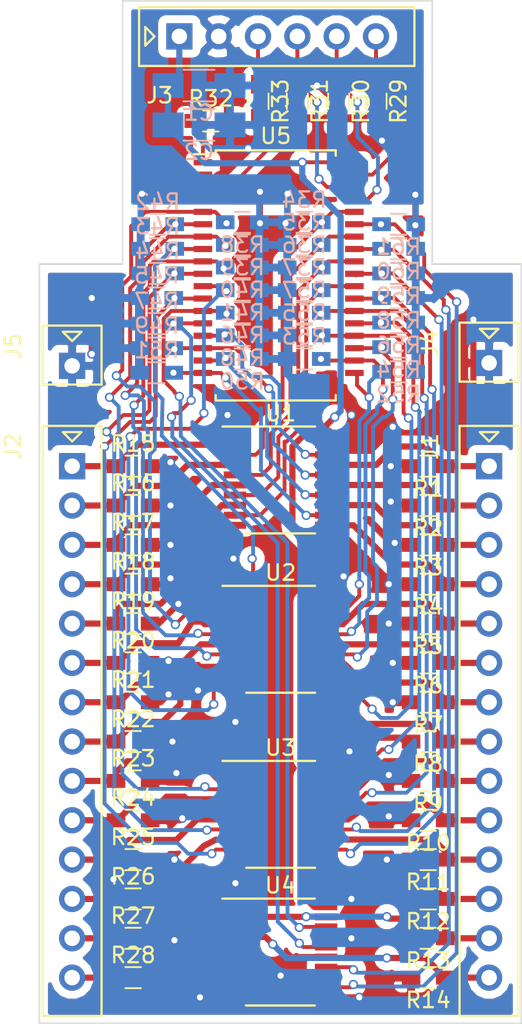
<source format=kicad_pcb>
(kicad_pcb (version 4) (host pcbnew 4.0.6)
  (layers (0 F.Cu signal) (31 B.Cu signal) (34 B.Paste user) (35 F.Paste user) (36 B.SilkS user) (37 F.SilkS user) (38 B.Mask user) (39 F.Mask user) (44 Edge.Cuts user))
  (net 0 "")
  (net 1 GND)
  (net 2 +3V3)
  (net 3 "Net-(J3-Pad5)")
  (net 4 sig1)
  (net 5 sig3)
  (net 6 sig5)
  (net 7 sig7)
  (net 8 sig9)
  (net 9 sig11)
  (net 10 sig13)
  (net 11 sig15)
  (net 12 sig17)
  (net 13 sig19)
  (net 14 sig21)
  (net 15 sig23)
  (net 16 sig25)
  (net 17 sig27)
  (net 18 sig_5)
  (net 19 sig_9)
  (net 20 sig_6)
  (net 21 sig_10)
  (net 22 sig_7)
  (net 23 sig_11)
  (net 24 sig_8)
  (net 25 sig_12)
  (net 26 sig_13)
  (net 27 sig_14)
  (net 28 sig_15)
  (net 29 sig_16)
  (net 30 sig_17)
  (net 31 sig_18)
  (net 32 sig_19)
  (net 33 sig_20)
  (net 34 sig_28)
  (net 35 sig_27)
  (net 36 sig_26)
  (net 37 sig_25)
  (net 38 sig_24)
  (net 39 sig_4)
  (net 40 sig_23)
  (net 41 sig_3)
  (net 42 sig_22)
  (net 43 sig_2)
  (net 44 sig_21)
  (net 45 sig_1)
  (net 46 sig18)
  (net 47 sig16)
  (net 48 sig4)
  (net 49 sig2)
  (net 50 sig8)
  (net 51 sig6)
  (net 52 sig22)
  (net 53 sig20)
  (net 54 sig26)
  (net 55 sig24)
  (net 56 sig12)
  (net 57 sig10)
  (net 58 sig28)
  (net 59 sig14)
  (net 60 "Net-(R32-Pad1)")
  (net 61 "Net-(J3-Pad3)")
  (net 62 "Net-(J3-Pad4)")
  (net 63 "Net-(J3-Pad6)")
  (module .pretty:Multicomp_MC9A_1x14x2.54mm_Straight (layer F.Cu) (at 106.553 123.571 270)
    (fp_text reference J5 (at -1.27 3.81 270) (layer F.SilkS))
    (fp_text value CONN_01X01)
    (pad 1 thru_hole rect (at 0 0 270) (size 1.7 1.7) (drill 1) (layers *.Cu *.Mask) (net 1 GND))
  )
  (module .pretty:Multicomp_MC9A_1x14x2.54mm_Straight (layer F.Cu) (at 133.477 123.3805 270)
    (fp_text reference J4 (at -1.27 3.81 270) (layer F.SilkS))
    (fp_text value CONN_01X01)
    (pad 1 thru_hole rect (at 0 0 270) (size 1.7 1.7) (drill 1) (layers *.Cu *.Mask) (net 1 GND))
  )
  (module .pretty:Multicomp_MC9A_2x06x2.54mm_Straight (layer F.Cu) (at 113.4745 102.2985)
    (fp_text reference J3 (at -1.27 3.81) (layer F.SilkS))
    (fp_text value CONN_01X06)
    (pad 1 thru_hole rect (at 0 0) (size 1.7 1.7) (drill 1) (layers *.Cu *.Mask) (net 2 +3V3))
    (pad 2 thru_hole circle (at 2.54 0) (size 1.7 1.7) (drill 1) (layers *.Cu *.Mask) (net 1 GND))
    (pad 3 thru_hole circle (at 5.08 0) (size 1.7 1.7) (drill 1) (layers *.Cu *.Mask) (net 61 "Net-(J3-Pad3)"))
    (pad 4 thru_hole circle (at 7.62 0) (size 1.7 1.7) (drill 1) (layers *.Cu *.Mask) (net 62 "Net-(J3-Pad4)"))
    (pad 5 thru_hole circle (at 10.16 0) (size 1.7 1.7) (drill 1) (layers *.Cu *.Mask) (net 3 "Net-(J3-Pad5)"))
    (pad 6 thru_hole circle (at 12.7 0) (size 1.7 1.7) (drill 1) (layers *.Cu *.Mask) (net 63 "Net-(J3-Pad6)"))
  )
  (module .pretty:Multicomp_MC9A_1x14x2.54mm_Straight (layer F.Cu) (at 133.477 130.048 270)
    (fp_text reference J1 (at -1.27 3.81 270) (layer F.SilkS))
    (fp_text value CONN_01X14)
    (pad 14 thru_hole circle (at 33.02 0 270) (size 1.7 1.7) (drill 1) (layers *.Cu *.Mask) (net 59 sig14))
    (pad 1 thru_hole rect (at 0 0 270) (size 1.7 1.7) (drill 1) (layers *.Cu *.Mask) (net 4 sig1))
    (pad 2 thru_hole circle (at 2.54 0 270) (size 1.7 1.7) (drill 1) (layers *.Cu *.Mask) (net 49 sig2))
    (pad 3 thru_hole circle (at 5.08 0 270) (size 1.7 1.7) (drill 1) (layers *.Cu *.Mask) (net 5 sig3))
    (pad 4 thru_hole circle (at 7.62 0 270) (size 1.7 1.7) (drill 1) (layers *.Cu *.Mask) (net 48 sig4))
    (pad 5 thru_hole circle (at 10.16 0 270) (size 1.7 1.7) (drill 1) (layers *.Cu *.Mask) (net 6 sig5))
    (pad 6 thru_hole circle (at 12.7 0 270) (size 1.7 1.7) (drill 1) (layers *.Cu *.Mask) (net 51 sig6))
    (pad 7 thru_hole circle (at 15.24 0 270) (size 1.7 1.7) (drill 1) (layers *.Cu *.Mask) (net 7 sig7))
    (pad 8 thru_hole circle (at 17.78 0 270) (size 1.7 1.7) (drill 1) (layers *.Cu *.Mask) (net 50 sig8))
    (pad 9 thru_hole circle (at 20.32 0 270) (size 1.7 1.7) (drill 1) (layers *.Cu *.Mask) (net 8 sig9))
    (pad 10 thru_hole circle (at 22.86 0 270) (size 1.7 1.7) (drill 1) (layers *.Cu *.Mask) (net 57 sig10))
    (pad 11 thru_hole circle (at 25.4 0 270) (size 1.7 1.7) (drill 1) (layers *.Cu *.Mask) (net 9 sig11))
    (pad 12 thru_hole circle (at 27.94 0 270) (size 1.7 1.7) (drill 1) (layers *.Cu *.Mask) (net 56 sig12))
    (pad 13 thru_hole circle (at 30.48 0 270) (size 1.7 1.7) (drill 1) (layers *.Cu *.Mask) (net 10 sig13))
  )
  (module Housings_SSOP:TSSOP-20_4.4x6.5mm_Pitch0.65mm (layer F.Cu) (at 120.015 152.527)
    (fp_text reference U3 (at 0 -4.3) (layer F.SilkS))
    (fp_text value MC74LVX244)
    (pad 1 smd rect (at -2.95 -2.925) (size 1.45 0.45) (layers F.Cu F.Paste F.Mask) (net 1 GND))
    (pad 2 smd rect (at -2.95 -2.275) (size 1.45 0.45) (layers F.Cu F.Paste F.Mask) (net 15 sig23))
    (pad 3 smd rect (at -2.95 -1.625) (size 1.45 0.45) (layers F.Cu F.Paste F.Mask) (net 19 sig_9))
    (pad 4 smd rect (at -2.95 -0.975) (size 1.45 0.45) (layers F.Cu F.Paste F.Mask) (net 55 sig24))
    (pad 5 smd rect (at -2.95 -0.325) (size 1.45 0.45) (layers F.Cu F.Paste F.Mask) (net 21 sig_10))
    (pad 6 smd rect (at -2.95 0.325) (size 1.45 0.45) (layers F.Cu F.Paste F.Mask) (net 16 sig25))
    (pad 7 smd rect (at -2.95 0.975) (size 1.45 0.45) (layers F.Cu F.Paste F.Mask) (net 23 sig_11))
    (pad 8 smd rect (at -2.95 1.625) (size 1.45 0.45) (layers F.Cu F.Paste F.Mask) (net 54 sig26))
    (pad 9 smd rect (at -2.95 2.275) (size 1.45 0.45) (layers F.Cu F.Paste F.Mask) (net 25 sig_12))
    (pad 10 smd rect (at -2.95 2.925) (size 1.45 0.45) (layers F.Cu F.Paste F.Mask) (net 1 GND))
    (pad 11 smd rect (at 2.95 2.925) (size 1.45 0.45) (layers F.Cu F.Paste F.Mask) (net 56 sig12))
    (pad 12 smd rect (at 2.95 2.275) (size 1.45 0.45) (layers F.Cu F.Paste F.Mask) (net 36 sig_26))
    (pad 13 smd rect (at 2.95 1.625) (size 1.45 0.45) (layers F.Cu F.Paste F.Mask) (net 9 sig11))
    (pad 14 smd rect (at 2.95 0.975) (size 1.45 0.45) (layers F.Cu F.Paste F.Mask) (net 37 sig_25))
    (pad 15 smd rect (at 2.95 0.325) (size 1.45 0.45) (layers F.Cu F.Paste F.Mask) (net 57 sig10))
    (pad 16 smd rect (at 2.95 -0.325) (size 1.45 0.45) (layers F.Cu F.Paste F.Mask) (net 38 sig_24))
    (pad 17 smd rect (at 2.95 -0.975) (size 1.45 0.45) (layers F.Cu F.Paste F.Mask) (net 8 sig9))
    (pad 18 smd rect (at 2.95 -1.625) (size 1.45 0.45) (layers F.Cu F.Paste F.Mask) (net 40 sig_23))
    (pad 19 smd rect (at 2.95 -2.275) (size 1.45 0.45) (layers F.Cu F.Paste F.Mask) (net 1 GND))
    (pad 20 smd rect (at 2.95 -2.925) (size 1.45 0.45) (layers F.Cu F.Paste F.Mask) (net 2 +3V3))
  )
  (module Housings_SSOP:TSSOP-20_4.4x6.5mm_Pitch0.65mm (layer F.Cu) (at 120 161.417)
    (fp_text reference U4 (at 0 -4.3) (layer F.SilkS))
    (fp_text value MC74LVX244)
    (pad 1 smd rect (at -2.95 -2.925) (size 1.45 0.45) (layers F.Cu F.Paste F.Mask) (net 1 GND))
    (pad 2 smd rect (at -2.95 -2.275) (size 1.45 0.45) (layers F.Cu F.Paste F.Mask) (net 10 sig13))
    (pad 3 smd rect (at -2.95 -1.625) (size 1.45 0.45) (layers F.Cu F.Paste F.Mask) (net 1 GND))
    (pad 4 smd rect (at -2.95 -0.975) (size 1.45 0.45) (layers F.Cu F.Paste F.Mask) (net 59 sig14))
    (pad 5 smd rect (at -2.95 -0.325) (size 1.45 0.45) (layers F.Cu F.Paste F.Mask) (net 1 GND))
    (pad 6 smd rect (at -2.95 0.325) (size 1.45 0.45) (layers F.Cu F.Paste F.Mask) (net 17 sig27))
    (pad 7 smd rect (at -2.95 0.975) (size 1.45 0.45) (layers F.Cu F.Paste F.Mask) (net 1 GND))
    (pad 8 smd rect (at -2.95 1.625) (size 1.45 0.45) (layers F.Cu F.Paste F.Mask) (net 58 sig28))
    (pad 9 smd rect (at -2.95 2.275) (size 1.45 0.45) (layers F.Cu F.Paste F.Mask) (net 1 GND))
    (pad 10 smd rect (at -2.95 2.925) (size 1.45 0.45) (layers F.Cu F.Paste F.Mask) (net 1 GND))
    (pad 11 smd rect (at 2.95 2.925) (size 1.45 0.45) (layers F.Cu F.Paste F.Mask) (net 1 GND))
    (pad 12 smd rect (at 2.95 2.275) (size 1.45 0.45) (layers F.Cu F.Paste F.Mask) (net 34 sig_28))
    (pad 13 smd rect (at 2.95 1.625) (size 1.45 0.45) (layers F.Cu F.Paste F.Mask) (net 1 GND))
    (pad 14 smd rect (at 2.95 0.975) (size 1.45 0.45) (layers F.Cu F.Paste F.Mask) (net 35 sig_27))
    (pad 15 smd rect (at 2.95 0.325) (size 1.45 0.45) (layers F.Cu F.Paste F.Mask) (net 1 GND))
    (pad 16 smd rect (at 2.95 -0.325) (size 1.45 0.45) (layers F.Cu F.Paste F.Mask) (net 27 sig_14))
    (pad 17 smd rect (at 2.95 -0.975) (size 1.45 0.45) (layers F.Cu F.Paste F.Mask) (net 1 GND))
    (pad 18 smd rect (at 2.95 -1.625) (size 1.45 0.45) (layers F.Cu F.Paste F.Mask) (net 26 sig_13))
    (pad 19 smd rect (at 2.95 -2.275) (size 1.45 0.45) (layers F.Cu F.Paste F.Mask) (net 1 GND))
    (pad 20 smd rect (at 2.95 -2.925) (size 1.45 0.45) (layers F.Cu F.Paste F.Mask) (net 2 +3V3))
  )
  (module Resistors_SMD:R_0603_HandSoldering (layer F.Cu) (at 129.54 132.588 180)
    (fp_text reference R2 (at 0 -1.45 180) (layer F.SilkS))
    (fp_text value 1k)
    (pad 1 smd rect (at -1.1 0 180) (size 1.2 0.9) (layers F.Cu F.Paste F.Mask) (net 49 sig2))
    (pad 2 smd rect (at 1.1 0 180) (size 1.2 0.9) (layers F.Cu F.Paste F.Mask) (net 1 GND))
  )
  (module Resistors_SMD:R_0603_HandSoldering (layer F.Cu) (at 129.54 135.128 180)
    (fp_text reference R3 (at 0 -1.45 180) (layer F.SilkS))
    (fp_text value 1k)
    (pad 1 smd rect (at -1.1 0 180) (size 1.2 0.9) (layers F.Cu F.Paste F.Mask) (net 5 sig3))
    (pad 2 smd rect (at 1.1 0 180) (size 1.2 0.9) (layers F.Cu F.Paste F.Mask) (net 1 GND))
  )
  (module Resistors_SMD:R_0603_HandSoldering (layer F.Cu) (at 129.54 137.668 180)
    (fp_text reference R4 (at 0 -1.45 180) (layer F.SilkS))
    (fp_text value 1k)
    (pad 1 smd rect (at -1.1 0 180) (size 1.2 0.9) (layers F.Cu F.Paste F.Mask) (net 48 sig4))
    (pad 2 smd rect (at 1.1 0 180) (size 1.2 0.9) (layers F.Cu F.Paste F.Mask) (net 1 GND))
  )
  (module Resistors_SMD:R_0603_HandSoldering (layer F.Cu) (at 129.54 140.208 180)
    (fp_text reference R5 (at 0 -1.45 180) (layer F.SilkS))
    (fp_text value 1k)
    (pad 1 smd rect (at -1.1 0 180) (size 1.2 0.9) (layers F.Cu F.Paste F.Mask) (net 6 sig5))
    (pad 2 smd rect (at 1.1 0 180) (size 1.2 0.9) (layers F.Cu F.Paste F.Mask) (net 1 GND))
  )
  (module Capacitors_SMD:C_1206_HandSoldering (layer B.Cu) (at 114.7445 105.4735)
    (fp_text reference C1 (at 0 1.75) (layer B.SilkS) (effects (justify mirror)))
    (fp_text value 1u)
    (pad 1 smd rect (at -2 0) (size 2 1.6) (layers B.Cu B.Paste B.Mask) (net 2 +3V3))
    (pad 2 smd rect (at 2 0) (size 2 1.6) (layers B.Cu B.Paste B.Mask) (net 1 GND))
  )
  (module Capacitors_SMD:C_1206_HandSoldering (layer B.Cu) (at 114.7445 108.0135)
    (fp_text reference C2 (at 0 1.75) (layer B.SilkS) (effects (justify mirror)))
    (fp_text value 47n)
    (pad 1 smd rect (at -2 0) (size 2 1.6) (layers B.Cu B.Paste B.Mask) (net 2 +3V3))
    (pad 2 smd rect (at 2 0) (size 2 1.6) (layers B.Cu B.Paste B.Mask) (net 1 GND))
  )
  (module Resistors_SMD:R_0603_HandSoldering (layer F.Cu) (at 129.54 130.048 180)
    (fp_text reference R1 (at 0 -1.45 180) (layer F.SilkS))
    (fp_text value 1k)
    (pad 1 smd rect (at -1.1 0 180) (size 1.2 0.9) (layers F.Cu F.Paste F.Mask) (net 4 sig1))
    (pad 2 smd rect (at 1.1 0 180) (size 1.2 0.9) (layers F.Cu F.Paste F.Mask) (net 1 GND))
  )
  (module .pretty:Multicomp_MC9A_1x14x2.54mm_Straight (layer F.Cu) (at 106.553 130.048 270)
    (fp_text reference J2 (at -1.27 3.81 270) (layer F.SilkS))
    (fp_text value CONN_01X14)
    (pad 14 thru_hole circle (at 33.02 0 270) (size 1.7 1.7) (drill 1) (layers *.Cu *.Mask) (net 58 sig28))
    (pad 1 thru_hole rect (at 0 0 270) (size 1.7 1.7) (drill 1) (layers *.Cu *.Mask) (net 11 sig15))
    (pad 2 thru_hole circle (at 2.54 0 270) (size 1.7 1.7) (drill 1) (layers *.Cu *.Mask) (net 47 sig16))
    (pad 3 thru_hole circle (at 5.08 0 270) (size 1.7 1.7) (drill 1) (layers *.Cu *.Mask) (net 12 sig17))
    (pad 4 thru_hole circle (at 7.62 0 270) (size 1.7 1.7) (drill 1) (layers *.Cu *.Mask) (net 46 sig18))
    (pad 5 thru_hole circle (at 10.16 0 270) (size 1.7 1.7) (drill 1) (layers *.Cu *.Mask) (net 13 sig19))
    (pad 6 thru_hole circle (at 12.7 0 270) (size 1.7 1.7) (drill 1) (layers *.Cu *.Mask) (net 53 sig20))
    (pad 7 thru_hole circle (at 15.24 0 270) (size 1.7 1.7) (drill 1) (layers *.Cu *.Mask) (net 14 sig21))
    (pad 8 thru_hole circle (at 17.78 0 270) (size 1.7 1.7) (drill 1) (layers *.Cu *.Mask) (net 52 sig22))
    (pad 9 thru_hole circle (at 20.32 0 270) (size 1.7 1.7) (drill 1) (layers *.Cu *.Mask) (net 15 sig23))
    (pad 10 thru_hole circle (at 22.86 0 270) (size 1.7 1.7) (drill 1) (layers *.Cu *.Mask) (net 55 sig24))
    (pad 11 thru_hole circle (at 25.4 0 270) (size 1.7 1.7) (drill 1) (layers *.Cu *.Mask) (net 16 sig25))
    (pad 12 thru_hole circle (at 27.94 0 270) (size 1.7 1.7) (drill 1) (layers *.Cu *.Mask) (net 54 sig26))
    (pad 13 thru_hole circle (at 30.48 0 270) (size 1.7 1.7) (drill 1) (layers *.Cu *.Mask) (net 17 sig27))
  )
  (module Resistors_SMD:R_0603_HandSoldering (layer F.Cu) (at 129.54 142.748 180)
    (fp_text reference R6 (at 0 -1.45 180) (layer F.SilkS))
    (fp_text value 1k)
    (pad 1 smd rect (at -1.1 0 180) (size 1.2 0.9) (layers F.Cu F.Paste F.Mask) (net 51 sig6))
    (pad 2 smd rect (at 1.1 0 180) (size 1.2 0.9) (layers F.Cu F.Paste F.Mask) (net 1 GND))
  )
  (module Resistors_SMD:R_0603_HandSoldering (layer F.Cu) (at 129.54 145.288 180)
    (fp_text reference R7 (at 0 -1.45 180) (layer F.SilkS))
    (fp_text value 1k)
    (pad 1 smd rect (at -1.1 0 180) (size 1.2 0.9) (layers F.Cu F.Paste F.Mask) (net 7 sig7))
    (pad 2 smd rect (at 1.1 0 180) (size 1.2 0.9) (layers F.Cu F.Paste F.Mask) (net 1 GND))
  )
  (module Resistors_SMD:R_0603_HandSoldering (layer F.Cu) (at 129.54 147.828 180)
    (fp_text reference R8 (at 0 -1.45 180) (layer F.SilkS))
    (fp_text value 1k)
    (pad 1 smd rect (at -1.1 0 180) (size 1.2 0.9) (layers F.Cu F.Paste F.Mask) (net 50 sig8))
    (pad 2 smd rect (at 1.1 0 180) (size 1.2 0.9) (layers F.Cu F.Paste F.Mask) (net 1 GND))
  )
  (module Resistors_SMD:R_0603_HandSoldering (layer F.Cu) (at 129.54 150.368 180)
    (fp_text reference R9 (at 0 -1.45 180) (layer F.SilkS))
    (fp_text value 1k)
    (pad 1 smd rect (at -1.1 0 180) (size 1.2 0.9) (layers F.Cu F.Paste F.Mask) (net 8 sig9))
    (pad 2 smd rect (at 1.1 0 180) (size 1.2 0.9) (layers F.Cu F.Paste F.Mask) (net 1 GND))
  )
  (module Resistors_SMD:R_0603_HandSoldering (layer F.Cu) (at 129.54 152.908 180)
    (fp_text reference R10 (at 0 -1.45 180) (layer F.SilkS))
    (fp_text value 1k)
    (pad 1 smd rect (at -1.1 0 180) (size 1.2 0.9) (layers F.Cu F.Paste F.Mask) (net 57 sig10))
    (pad 2 smd rect (at 1.1 0 180) (size 1.2 0.9) (layers F.Cu F.Paste F.Mask) (net 1 GND))
  )
  (module Resistors_SMD:R_0603_HandSoldering (layer F.Cu) (at 129.54 155.448 180)
    (fp_text reference R11 (at 0 -1.45 180) (layer F.SilkS))
    (fp_text value 1k)
    (pad 1 smd rect (at -1.1 0 180) (size 1.2 0.9) (layers F.Cu F.Paste F.Mask) (net 9 sig11))
    (pad 2 smd rect (at 1.1 0 180) (size 1.2 0.9) (layers F.Cu F.Paste F.Mask) (net 1 GND))
  )
  (module Resistors_SMD:R_0603_HandSoldering (layer F.Cu) (at 129.54 157.988 180)
    (fp_text reference R12 (at 0 -1.45 180) (layer F.SilkS))
    (fp_text value 1k)
    (pad 1 smd rect (at -1.1 0 180) (size 1.2 0.9) (layers F.Cu F.Paste F.Mask) (net 56 sig12))
    (pad 2 smd rect (at 1.1 0 180) (size 1.2 0.9) (layers F.Cu F.Paste F.Mask) (net 1 GND))
  )
  (module Resistors_SMD:R_0603_HandSoldering (layer F.Cu) (at 129.54 160.528 180)
    (fp_text reference R13 (at 0 -1.45 180) (layer F.SilkS))
    (fp_text value 1k)
    (pad 1 smd rect (at -1.1 0 180) (size 1.2 0.9) (layers F.Cu F.Paste F.Mask) (net 10 sig13))
    (pad 2 smd rect (at 1.1 0 180) (size 1.2 0.9) (layers F.Cu F.Paste F.Mask) (net 1 GND))
  )
  (module Resistors_SMD:R_0603_HandSoldering (layer F.Cu) (at 129.54 163.068 180)
    (fp_text reference R14 (at 0 -1.45 180) (layer F.SilkS))
    (fp_text value 1k)
    (pad 1 smd rect (at -1.1 0 180) (size 1.2 0.9) (layers F.Cu F.Paste F.Mask) (net 59 sig14))
    (pad 2 smd rect (at 1.1 0 180) (size 1.2 0.9) (layers F.Cu F.Paste F.Mask) (net 1 GND))
  )
  (module Resistors_SMD:R_0603_HandSoldering (layer F.Cu) (at 110.49 130.048)
    (fp_text reference R15 (at 0 -1.45) (layer F.SilkS))
    (fp_text value 1k)
    (pad 1 smd rect (at -1.1 0) (size 1.2 0.9) (layers F.Cu F.Paste F.Mask) (net 11 sig15))
    (pad 2 smd rect (at 1.1 0) (size 1.2 0.9) (layers F.Cu F.Paste F.Mask) (net 1 GND))
  )
  (module Resistors_SMD:R_0603_HandSoldering (layer F.Cu) (at 110.49 132.588)
    (fp_text reference R16 (at 0 -1.45) (layer F.SilkS))
    (fp_text value 1k)
    (pad 1 smd rect (at -1.1 0) (size 1.2 0.9) (layers F.Cu F.Paste F.Mask) (net 47 sig16))
    (pad 2 smd rect (at 1.1 0) (size 1.2 0.9) (layers F.Cu F.Paste F.Mask) (net 1 GND))
  )
  (module Resistors_SMD:R_0603_HandSoldering (layer F.Cu) (at 110.49 135.128)
    (fp_text reference R17 (at 0 -1.45) (layer F.SilkS))
    (fp_text value 1k)
    (pad 1 smd rect (at -1.1 0) (size 1.2 0.9) (layers F.Cu F.Paste F.Mask) (net 12 sig17))
    (pad 2 smd rect (at 1.1 0) (size 1.2 0.9) (layers F.Cu F.Paste F.Mask) (net 1 GND))
  )
  (module Resistors_SMD:R_0603_HandSoldering (layer F.Cu) (at 110.49 137.668)
    (fp_text reference R18 (at 0 -1.45) (layer F.SilkS))
    (fp_text value 1k)
    (pad 1 smd rect (at -1.1 0) (size 1.2 0.9) (layers F.Cu F.Paste F.Mask) (net 46 sig18))
    (pad 2 smd rect (at 1.1 0) (size 1.2 0.9) (layers F.Cu F.Paste F.Mask) (net 1 GND))
  )
  (module Resistors_SMD:R_0603_HandSoldering (layer F.Cu) (at 110.49 140.208)
    (fp_text reference R19 (at 0 -1.45) (layer F.SilkS))
    (fp_text value 1k)
    (pad 1 smd rect (at -1.1 0) (size 1.2 0.9) (layers F.Cu F.Paste F.Mask) (net 13 sig19))
    (pad 2 smd rect (at 1.1 0) (size 1.2 0.9) (layers F.Cu F.Paste F.Mask) (net 1 GND))
  )
  (module Resistors_SMD:R_0603_HandSoldering (layer F.Cu) (at 110.49 142.748)
    (fp_text reference R20 (at 0 -1.45) (layer F.SilkS))
    (fp_text value 1k)
    (pad 1 smd rect (at -1.1 0) (size 1.2 0.9) (layers F.Cu F.Paste F.Mask) (net 53 sig20))
    (pad 2 smd rect (at 1.1 0) (size 1.2 0.9) (layers F.Cu F.Paste F.Mask) (net 1 GND))
  )
  (module Resistors_SMD:R_0603_HandSoldering (layer F.Cu) (at 110.49 145.288)
    (fp_text reference R21 (at 0 -1.45) (layer F.SilkS))
    (fp_text value 1k)
    (pad 1 smd rect (at -1.1 0) (size 1.2 0.9) (layers F.Cu F.Paste F.Mask) (net 14 sig21))
    (pad 2 smd rect (at 1.1 0) (size 1.2 0.9) (layers F.Cu F.Paste F.Mask) (net 1 GND))
  )
  (module Resistors_SMD:R_0603_HandSoldering (layer F.Cu) (at 110.49 147.828)
    (fp_text reference R22 (at 0 -1.45) (layer F.SilkS))
    (fp_text value 1k)
    (pad 1 smd rect (at -1.1 0) (size 1.2 0.9) (layers F.Cu F.Paste F.Mask) (net 52 sig22))
    (pad 2 smd rect (at 1.1 0) (size 1.2 0.9) (layers F.Cu F.Paste F.Mask) (net 1 GND))
  )
  (module Resistors_SMD:R_0603_HandSoldering (layer F.Cu) (at 110.49 150.368)
    (fp_text reference R23 (at 0 -1.45) (layer F.SilkS))
    (fp_text value 1k)
    (pad 1 smd rect (at -1.1 0) (size 1.2 0.9) (layers F.Cu F.Paste F.Mask) (net 15 sig23))
    (pad 2 smd rect (at 1.1 0) (size 1.2 0.9) (layers F.Cu F.Paste F.Mask) (net 1 GND))
  )
  (module Resistors_SMD:R_0603_HandSoldering (layer F.Cu) (at 110.49 152.908)
    (fp_text reference R24 (at 0 -1.45) (layer F.SilkS))
    (fp_text value 1k)
    (pad 1 smd rect (at -1.1 0) (size 1.2 0.9) (layers F.Cu F.Paste F.Mask) (net 55 sig24))
    (pad 2 smd rect (at 1.1 0) (size 1.2 0.9) (layers F.Cu F.Paste F.Mask) (net 1 GND))
  )
  (module Resistors_SMD:R_0603_HandSoldering (layer F.Cu) (at 110.49 155.448)
    (fp_text reference R25 (at 0 -1.45) (layer F.SilkS))
    (fp_text value 1k)
    (pad 1 smd rect (at -1.1 0) (size 1.2 0.9) (layers F.Cu F.Paste F.Mask) (net 16 sig25))
    (pad 2 smd rect (at 1.1 0) (size 1.2 0.9) (layers F.Cu F.Paste F.Mask) (net 1 GND))
  )
  (module Resistors_SMD:R_0603_HandSoldering (layer F.Cu) (at 110.49 157.988)
    (fp_text reference R26 (at 0 -1.45) (layer F.SilkS))
    (fp_text value 1k)
    (pad 1 smd rect (at -1.1 0) (size 1.2 0.9) (layers F.Cu F.Paste F.Mask) (net 54 sig26))
    (pad 2 smd rect (at 1.1 0) (size 1.2 0.9) (layers F.Cu F.Paste F.Mask) (net 1 GND))
  )
  (module Resistors_SMD:R_0603_HandSoldering (layer F.Cu) (at 110.49 160.528)
    (fp_text reference R27 (at 0 -1.45) (layer F.SilkS))
    (fp_text value 1k)
    (pad 1 smd rect (at -1.1 0) (size 1.2 0.9) (layers F.Cu F.Paste F.Mask) (net 17 sig27))
    (pad 2 smd rect (at 1.1 0) (size 1.2 0.9) (layers F.Cu F.Paste F.Mask) (net 1 GND))
  )
  (module Resistors_SMD:R_0603_HandSoldering (layer F.Cu) (at 110.49 163.068)
    (fp_text reference R28 (at 0 -1.45) (layer F.SilkS))
    (fp_text value 1k)
    (pad 1 smd rect (at -1.1 0) (size 1.2 0.9) (layers F.Cu F.Paste F.Mask) (net 58 sig28))
    (pad 2 smd rect (at 1.1 0) (size 1.2 0.9) (layers F.Cu F.Paste F.Mask) (net 1 GND))
  )
  (module Resistors_SMD:R_0603_HandSoldering (layer F.Cu) (at 126.1745 106.4895 270)
    (fp_text reference R29 (at 0 -1.45 270) (layer F.SilkS))
    (fp_text value 10k)
    (pad 1 smd rect (at -1.1 0 270) (size 1.2 0.9) (layers F.Cu F.Paste F.Mask) (net 63 "Net-(J3-Pad6)"))
    (pad 2 smd rect (at 1.1 0 270) (size 1.2 0.9) (layers F.Cu F.Paste F.Mask) (net 1 GND))
  )
  (module Resistors_SMD:R_0603_HandSoldering (layer F.Cu) (at 123.7615 106.4895 270)
    (fp_text reference R30 (at 0 -1.45 270) (layer F.SilkS))
    (fp_text value 10k)
    (pad 1 smd rect (at -1.1 0 270) (size 1.2 0.9) (layers F.Cu F.Paste F.Mask) (net 3 "Net-(J3-Pad5)"))
    (pad 2 smd rect (at 1.1 0 270) (size 1.2 0.9) (layers F.Cu F.Paste F.Mask) (net 1 GND))
  )
  (module Resistors_SMD:R_0603_HandSoldering (layer F.Cu) (at 121.0945 106.4895 270)
    (fp_text reference R31 (at 0 -1.45 270) (layer F.SilkS))
    (fp_text value 10k)
    (pad 1 smd rect (at -1.1 0 270) (size 1.2 0.9) (layers F.Cu F.Paste F.Mask) (net 62 "Net-(J3-Pad4)"))
    (pad 2 smd rect (at 1.1 0 270) (size 1.2 0.9) (layers F.Cu F.Paste F.Mask) (net 1 GND))
  )
  (module Resistors_SMD:R_0603_HandSoldering (layer F.Cu) (at 115.5065 107.7595)
    (fp_text reference R32 (at 0 -1.45) (layer F.SilkS))
    (fp_text value 39k)
    (pad 1 smd rect (at -1.1 0) (size 1.2 0.9) (layers F.Cu F.Paste F.Mask) (net 60 "Net-(R32-Pad1)"))
    (pad 2 smd rect (at 1.1 0) (size 1.2 0.9) (layers F.Cu F.Paste F.Mask) (net 1 GND))
  )
  (module Resistors_SMD:R_0603_HandSoldering (layer F.Cu) (at 118.5545 106.4895 270)
    (fp_text reference R33 (at 0 -1.45 270) (layer F.SilkS))
    (fp_text value 10k)
    (pad 1 smd rect (at -1.1 0 270) (size 1.2 0.9) (layers F.Cu F.Paste F.Mask) (net 61 "Net-(J3-Pad3)"))
    (pad 2 smd rect (at 1.1 0 270) (size 1.2 0.9) (layers F.Cu F.Paste F.Mask) (net 1 GND))
  )
  (module Housings_SSOP:TSSOP-20_4.4x6.5mm_Pitch0.65mm (layer F.Cu) (at 120.015 130.937)
    (fp_text reference U1 (at 0 -4.3) (layer F.SilkS))
    (fp_text value MC74LVX244)
    (pad 1 smd rect (at -2.95 -2.925) (size 1.45 0.45) (layers F.Cu F.Paste F.Mask) (net 1 GND))
    (pad 2 smd rect (at -2.95 -2.275) (size 1.45 0.45) (layers F.Cu F.Paste F.Mask) (net 11 sig15))
    (pad 3 smd rect (at -2.95 -1.625) (size 1.45 0.45) (layers F.Cu F.Paste F.Mask) (net 45 sig_1))
    (pad 4 smd rect (at -2.95 -0.975) (size 1.45 0.45) (layers F.Cu F.Paste F.Mask) (net 47 sig16))
    (pad 5 smd rect (at -2.95 -0.325) (size 1.45 0.45) (layers F.Cu F.Paste F.Mask) (net 43 sig_2))
    (pad 6 smd rect (at -2.95 0.325) (size 1.45 0.45) (layers F.Cu F.Paste F.Mask) (net 12 sig17))
    (pad 7 smd rect (at -2.95 0.975) (size 1.45 0.45) (layers F.Cu F.Paste F.Mask) (net 41 sig_3))
    (pad 8 smd rect (at -2.95 1.625) (size 1.45 0.45) (layers F.Cu F.Paste F.Mask) (net 46 sig18))
    (pad 9 smd rect (at -2.95 2.275) (size 1.45 0.45) (layers F.Cu F.Paste F.Mask) (net 39 sig_4))
    (pad 10 smd rect (at -2.95 2.925) (size 1.45 0.45) (layers F.Cu F.Paste F.Mask) (net 1 GND))
    (pad 11 smd rect (at 2.95 2.925) (size 1.45 0.45) (layers F.Cu F.Paste F.Mask) (net 48 sig4))
    (pad 12 smd rect (at 2.95 2.275) (size 1.45 0.45) (layers F.Cu F.Paste F.Mask) (net 31 sig_18))
    (pad 13 smd rect (at 2.95 1.625) (size 1.45 0.45) (layers F.Cu F.Paste F.Mask) (net 5 sig3))
    (pad 14 smd rect (at 2.95 0.975) (size 1.45 0.45) (layers F.Cu F.Paste F.Mask) (net 30 sig_17))
    (pad 15 smd rect (at 2.95 0.325) (size 1.45 0.45) (layers F.Cu F.Paste F.Mask) (net 49 sig2))
    (pad 16 smd rect (at 2.95 -0.325) (size 1.45 0.45) (layers F.Cu F.Paste F.Mask) (net 29 sig_16))
    (pad 17 smd rect (at 2.95 -0.975) (size 1.45 0.45) (layers F.Cu F.Paste F.Mask) (net 4 sig1))
    (pad 18 smd rect (at 2.95 -1.625) (size 1.45 0.45) (layers F.Cu F.Paste F.Mask) (net 28 sig_15))
    (pad 19 smd rect (at 2.95 -2.275) (size 1.45 0.45) (layers F.Cu F.Paste F.Mask) (net 1 GND))
    (pad 20 smd rect (at 2.95 -2.925) (size 1.45 0.45) (layers F.Cu F.Paste F.Mask) (net 2 +3V3))
  )
  (module Housings_SSOP:TSSOP-20_4.4x6.5mm_Pitch0.65mm (layer F.Cu) (at 120.015 141.224)
    (fp_text reference U2 (at 0 -4.3) (layer F.SilkS))
    (fp_text value MC74LVX244)
    (pad 1 smd rect (at -2.95 -2.925) (size 1.45 0.45) (layers F.Cu F.Paste F.Mask) (net 1 GND))
    (pad 2 smd rect (at -2.95 -2.275) (size 1.45 0.45) (layers F.Cu F.Paste F.Mask) (net 13 sig19))
    (pad 3 smd rect (at -2.95 -1.625) (size 1.45 0.45) (layers F.Cu F.Paste F.Mask) (net 18 sig_5))
    (pad 4 smd rect (at -2.95 -0.975) (size 1.45 0.45) (layers F.Cu F.Paste F.Mask) (net 53 sig20))
    (pad 5 smd rect (at -2.95 -0.325) (size 1.45 0.45) (layers F.Cu F.Paste F.Mask) (net 20 sig_6))
    (pad 6 smd rect (at -2.95 0.325) (size 1.45 0.45) (layers F.Cu F.Paste F.Mask) (net 14 sig21))
    (pad 7 smd rect (at -2.95 0.975) (size 1.45 0.45) (layers F.Cu F.Paste F.Mask) (net 22 sig_7))
    (pad 8 smd rect (at -2.95 1.625) (size 1.45 0.45) (layers F.Cu F.Paste F.Mask) (net 52 sig22))
    (pad 9 smd rect (at -2.95 2.275) (size 1.45 0.45) (layers F.Cu F.Paste F.Mask) (net 24 sig_8))
    (pad 10 smd rect (at -2.95 2.925) (size 1.45 0.45) (layers F.Cu F.Paste F.Mask) (net 1 GND))
    (pad 11 smd rect (at 2.95 2.925) (size 1.45 0.45) (layers F.Cu F.Paste F.Mask) (net 50 sig8))
    (pad 12 smd rect (at 2.95 2.275) (size 1.45 0.45) (layers F.Cu F.Paste F.Mask) (net 42 sig_22))
    (pad 13 smd rect (at 2.95 1.625) (size 1.45 0.45) (layers F.Cu F.Paste F.Mask) (net 7 sig7))
    (pad 14 smd rect (at 2.95 0.975) (size 1.45 0.45) (layers F.Cu F.Paste F.Mask) (net 44 sig_21))
    (pad 15 smd rect (at 2.95 0.325) (size 1.45 0.45) (layers F.Cu F.Paste F.Mask) (net 51 sig6))
    (pad 16 smd rect (at 2.95 -0.325) (size 1.45 0.45) (layers F.Cu F.Paste F.Mask) (net 33 sig_20))
    (pad 17 smd rect (at 2.95 -0.975) (size 1.45 0.45) (layers F.Cu F.Paste F.Mask) (net 6 sig5))
    (pad 18 smd rect (at 2.95 -1.625) (size 1.45 0.45) (layers F.Cu F.Paste F.Mask) (net 32 sig_19))
    (pad 19 smd rect (at 2.95 -2.275) (size 1.45 0.45) (layers F.Cu F.Paste F.Mask) (net 1 GND))
    (pad 20 smd rect (at 2.95 -2.925) (size 1.45 0.45) (layers F.Cu F.Paste F.Mask) (net 2 +3V3))
  )
  (module .pretty:SSOP-63_7.5x15.9mm_Pitch0.635mm (layer F.Cu) (at 119.6975 117.729)
    (fp_text reference U5 (at 0 -9) (layer F.SilkS))
    (fp_text value MAX7301)
    (pad 1 smd rect (at -4.7 -7.3025) (size 1.2 0.4) (layers F.Cu F.Paste F.Mask) (net 60 "Net-(R32-Pad1)"))
    (pad 2 smd rect (at -4.7 -6.5025) (size 1.2 0.4) (layers F.Cu F.Paste F.Mask) (net 1 GND))
    (pad 3 smd rect (at -4.7 -5.7025) (size 1.2 0.4) (layers F.Cu F.Paste F.Mask) (net 1 GND))
    (pad 4 smd rect (at -4.7 -4.9025) (size 1.2 0.4) (layers F.Cu F.Paste F.Mask) (net 61 "Net-(J3-Pad3)"))
    (pad 5 smd rect (at -4.7 -4.1025) (size 1.2 0.4) (layers F.Cu F.Paste F.Mask) (net 18 sig_5))
    (pad 6 smd rect (at -4.7 -3.3025) (size 1.2 0.4) (layers F.Cu F.Paste F.Mask) (net 19 sig_9))
    (pad 7 smd rect (at -4.7 -2.5025) (size 1.2 0.4) (layers F.Cu F.Paste F.Mask) (net 20 sig_6))
    (pad 8 smd rect (at -4.7 -1.7025) (size 1.2 0.4) (layers F.Cu F.Paste F.Mask) (net 21 sig_10))
    (pad 9 smd rect (at -4.7 -0.9025) (size 1.2 0.4) (layers F.Cu F.Paste F.Mask) (net 22 sig_7))
    (pad 10 smd rect (at -4.7 -0.1025) (size 1.2 0.4) (layers F.Cu F.Paste F.Mask) (net 23 sig_11))
    (pad 11 smd rect (at -4.7 0.6975) (size 1.2 0.4) (layers F.Cu F.Paste F.Mask) (net 24 sig_8))
    (pad 12 smd rect (at -4.7 1.4975) (size 1.2 0.4) (layers F.Cu F.Paste F.Mask) (net 25 sig_12))
    (pad 13 smd rect (at -4.7 2.2975) (size 1.2 0.4) (layers F.Cu F.Paste F.Mask) (net 26 sig_13))
    (pad 14 smd rect (at -4.7 3.0975) (size 1.2 0.4) (layers F.Cu F.Paste F.Mask) (net 27 sig_14))
    (pad 15 smd rect (at -4.7 3.8975) (size 1.2 0.4) (layers F.Cu F.Paste F.Mask) (net 28 sig_15))
    (pad 16 smd rect (at -4.7 4.6975) (size 1.2 0.4) (layers F.Cu F.Paste F.Mask) (net 29 sig_16))
    (pad 17 smd rect (at -4.7 5.4975) (size 1.2 0.4) (layers F.Cu F.Paste F.Mask) (net 30 sig_17))
    (pad 18 smd rect (at -4.7 6.2975) (size 1.2 0.4) (layers F.Cu F.Paste F.Mask) (net 31 sig_18))
    (pad 19 smd rect (at 5.08 6.2975) (size 1.2 0.4) (layers F.Cu F.Paste F.Mask) (net 32 sig_19))
    (pad 20 smd rect (at 5.08 5.4975) (size 1.2 0.4) (layers F.Cu F.Paste F.Mask) (net 33 sig_20))
    (pad 21 smd rect (at 5.08 4.6975) (size 1.2 0.4) (layers F.Cu F.Paste F.Mask) (net 44 sig_21))
    (pad 22 smd rect (at 5.08 3.8975) (size 1.2 0.4) (layers F.Cu F.Paste F.Mask) (net 42 sig_22))
    (pad 23 smd rect (at 5.08 3.0975) (size 1.2 0.4) (layers F.Cu F.Paste F.Mask) (net 40 sig_23))
    (pad 24 smd rect (at 5.08 2.2975) (size 1.2 0.4) (layers F.Cu F.Paste F.Mask) (net 38 sig_24))
    (pad 25 smd rect (at 5.08 1.4975) (size 1.2 0.4) (layers F.Cu F.Paste F.Mask) (net 37 sig_25))
    (pad 26 smd rect (at 5.08 0.6975) (size 1.2 0.4) (layers F.Cu F.Paste F.Mask) (net 39 sig_4))
    (pad 27 smd rect (at 5.08 -0.1025) (size 1.2 0.4) (layers F.Cu F.Paste F.Mask) (net 36 sig_26))
    (pad 28 smd rect (at 5.08 -0.9025) (size 1.2 0.4) (layers F.Cu F.Paste F.Mask) (net 41 sig_3))
    (pad 29 smd rect (at 5.08 -1.7025) (size 1.2 0.4) (layers F.Cu F.Paste F.Mask) (net 35 sig_27))
    (pad 30 smd rect (at 5.08 -2.5025) (size 1.2 0.4) (layers F.Cu F.Paste F.Mask) (net 43 sig_2))
    (pad 31 smd rect (at 5.08 -3.3025) (size 1.2 0.4) (layers F.Cu F.Paste F.Mask) (net 34 sig_28))
    (pad 32 smd rect (at 5.08 -4.1025) (size 1.2 0.4) (layers F.Cu F.Paste F.Mask) (net 45 sig_1))
    (pad 33 smd rect (at 5.08 -4.9025) (size 1.2 0.4) (layers F.Cu F.Paste F.Mask) (net 3 "Net-(J3-Pad5)"))
    (pad 34 smd rect (at 5.08 -5.7025) (size 1.2 0.4) (layers F.Cu F.Paste F.Mask) (net 62 "Net-(J3-Pad4)"))
    (pad 35 smd rect (at 5.08 -6.5025) (size 1.2 0.4) (layers F.Cu F.Paste F.Mask) (net 63 "Net-(J3-Pad6)"))
    (pad 36 smd rect (at 5.08 -7.3025) (size 1.2 0.4) (layers F.Cu F.Paste F.Mask) (net 2 +3V3))
  )
  (module Resistors_SMD:R_0603_HandSoldering (layer B.Cu) (at 121.539 114.3 180)
    (fp_text reference R34 (at 0 1.45 180) (layer B.SilkS) (effects (justify mirror)))
    (fp_text value 10k)
    (pad 1 smd rect (at -1.1 0 180) (size 1.2 0.9) (layers B.Cu B.Paste B.Mask) (net 45 sig_1))
    (pad 2 smd rect (at 1.1 0 180) (size 1.2 0.9) (layers B.Cu B.Paste B.Mask) (net 1 GND))
  )
  (module Resistors_SMD:R_0603_HandSoldering (layer B.Cu) (at 121.539 115.7605 180)
    (fp_text reference R35 (at 0 1.45 180) (layer B.SilkS) (effects (justify mirror)))
    (fp_text value 10k)
    (pad 1 smd rect (at -1.1 0 180) (size 1.2 0.9) (layers B.Cu B.Paste B.Mask) (net 43 sig_2))
    (pad 2 smd rect (at 1.1 0 180) (size 1.2 0.9) (layers B.Cu B.Paste B.Mask) (net 1 GND))
  )
  (module Resistors_SMD:R_0603_HandSoldering (layer B.Cu) (at 121.539 117.221 180)
    (fp_text reference R36 (at 0 1.45 180) (layer B.SilkS) (effects (justify mirror)))
    (fp_text value 10k)
    (pad 1 smd rect (at -1.1 0 180) (size 1.2 0.9) (layers B.Cu B.Paste B.Mask) (net 41 sig_3))
    (pad 2 smd rect (at 1.1 0 180) (size 1.2 0.9) (layers B.Cu B.Paste B.Mask) (net 1 GND))
  )
  (module Resistors_SMD:R_0603_HandSoldering (layer B.Cu) (at 121.539 118.6815 180)
    (fp_text reference R37 (at 0 1.45 180) (layer B.SilkS) (effects (justify mirror)))
    (fp_text value 10k)
    (pad 1 smd rect (at -1.1 0 180) (size 1.2 0.9) (layers B.Cu B.Paste B.Mask) (net 39 sig_4))
    (pad 2 smd rect (at 1.1 0 180) (size 1.2 0.9) (layers B.Cu B.Paste B.Mask) (net 1 GND))
  )
  (module Resistors_SMD:R_0603_HandSoldering (layer B.Cu) (at 117.5385 114.3)
    (fp_text reference R38 (at 0 1.45) (layer B.SilkS) (effects (justify mirror)))
    (fp_text value 10k)
    (pad 1 smd rect (at -1.1 0) (size 1.2 0.9) (layers B.Cu B.Paste B.Mask) (net 18 sig_5))
    (pad 2 smd rect (at 1.1 0) (size 1.2 0.9) (layers B.Cu B.Paste B.Mask) (net 1 GND))
  )
  (module Resistors_SMD:R_0603_HandSoldering (layer B.Cu) (at 117.5385 115.7605)
    (fp_text reference R39 (at 0 1.45) (layer B.SilkS) (effects (justify mirror)))
    (fp_text value 10k)
    (pad 1 smd rect (at -1.1 0) (size 1.2 0.9) (layers B.Cu B.Paste B.Mask) (net 20 sig_6))
    (pad 2 smd rect (at 1.1 0) (size 1.2 0.9) (layers B.Cu B.Paste B.Mask) (net 1 GND))
  )
  (module Resistors_SMD:R_0603_HandSoldering (layer B.Cu) (at 117.5385 117.221)
    (fp_text reference R40 (at 0 1.45) (layer B.SilkS) (effects (justify mirror)))
    (fp_text value 10k)
    (pad 1 smd rect (at -1.1 0) (size 1.2 0.9) (layers B.Cu B.Paste B.Mask) (net 22 sig_7))
    (pad 2 smd rect (at 1.1 0) (size 1.2 0.9) (layers B.Cu B.Paste B.Mask) (net 1 GND))
  )
  (module Resistors_SMD:R_0603_HandSoldering (layer B.Cu) (at 117.5385 118.6815)
    (fp_text reference R41 (at 0 1.45) (layer B.SilkS) (effects (justify mirror)))
    (fp_text value 10k)
    (pad 1 smd rect (at -1.1 0) (size 1.2 0.9) (layers B.Cu B.Paste B.Mask) (net 24 sig_8))
    (pad 2 smd rect (at 1.1 0) (size 1.2 0.9) (layers B.Cu B.Paste B.Mask) (net 1 GND))
  )
  (module Resistors_SMD:R_0603_HandSoldering (layer B.Cu) (at 112.0775 114.427 180)
    (fp_text reference R42 (at 0 1.45 180) (layer B.SilkS) (effects (justify mirror)))
    (fp_text value 10k)
    (pad 1 smd rect (at -1.1 0 180) (size 1.2 0.9) (layers B.Cu B.Paste B.Mask) (net 19 sig_9))
    (pad 2 smd rect (at 1.1 0 180) (size 1.2 0.9) (layers B.Cu B.Paste B.Mask) (net 1 GND))
  )
  (module Resistors_SMD:R_0603_HandSoldering (layer B.Cu) (at 112.0775 116.0145 180)
    (fp_text reference R43 (at 0 1.45 180) (layer B.SilkS) (effects (justify mirror)))
    (fp_text value 10k)
    (pad 1 smd rect (at -1.1 0 180) (size 1.2 0.9) (layers B.Cu B.Paste B.Mask) (net 21 sig_10))
    (pad 2 smd rect (at 1.1 0 180) (size 1.2 0.9) (layers B.Cu B.Paste B.Mask) (net 1 GND))
  )
  (module Resistors_SMD:R_0603_HandSoldering (layer B.Cu) (at 112.0775 117.602 180)
    (fp_text reference R44 (at 0 1.45 180) (layer B.SilkS) (effects (justify mirror)))
    (fp_text value 10k)
    (pad 1 smd rect (at -1.1 0 180) (size 1.2 0.9) (layers B.Cu B.Paste B.Mask) (net 23 sig_11))
    (pad 2 smd rect (at 1.1 0 180) (size 1.2 0.9) (layers B.Cu B.Paste B.Mask) (net 1 GND))
  )
  (module Resistors_SMD:R_0603_HandSoldering (layer B.Cu) (at 112.014 119.1895 180)
    (fp_text reference R45 (at 0 1.45 180) (layer B.SilkS) (effects (justify mirror)))
    (fp_text value 10k)
    (pad 1 smd rect (at -1.1 0 180) (size 1.2 0.9) (layers B.Cu B.Paste B.Mask) (net 25 sig_12))
    (pad 2 smd rect (at 1.1 0 180) (size 1.2 0.9) (layers B.Cu B.Paste B.Mask) (net 1 GND))
  )
  (module Resistors_SMD:R_0603_HandSoldering (layer B.Cu) (at 117.5385 120.142)
    (fp_text reference R46 (at 0 1.45) (layer B.SilkS) (effects (justify mirror)))
    (fp_text value 10k)
    (pad 1 smd rect (at -1.1 0) (size 1.2 0.9) (layers B.Cu B.Paste B.Mask) (net 26 sig_13))
    (pad 2 smd rect (at 1.1 0) (size 1.2 0.9) (layers B.Cu B.Paste B.Mask) (net 1 GND))
  )
  (module Resistors_SMD:R_0603_HandSoldering (layer B.Cu) (at 112.014 120.8405 180)
    (fp_text reference R47 (at 0 1.45 180) (layer B.SilkS) (effects (justify mirror)))
    (fp_text value 10k)
    (pad 1 smd rect (at -1.1 0 180) (size 1.2 0.9) (layers B.Cu B.Paste B.Mask) (net 27 sig_14))
    (pad 2 smd rect (at 1.1 0 180) (size 1.2 0.9) (layers B.Cu B.Paste B.Mask) (net 1 GND))
  )
  (module Resistors_SMD:R_0603_HandSoldering (layer B.Cu) (at 117.5385 121.6025)
    (fp_text reference R48 (at 0 1.45) (layer B.SilkS) (effects (justify mirror)))
    (fp_text value 10k)
    (pad 1 smd rect (at -1.1 0) (size 1.2 0.9) (layers B.Cu B.Paste B.Mask) (net 28 sig_15))
    (pad 2 smd rect (at 1.1 0) (size 1.2 0.9) (layers B.Cu B.Paste B.Mask) (net 1 GND))
  )
  (module Resistors_SMD:R_0603_HandSoldering (layer B.Cu) (at 112.014 122.428 180)
    (fp_text reference R49 (at 0 1.45 180) (layer B.SilkS) (effects (justify mirror)))
    (fp_text value 10k)
    (pad 1 smd rect (at -1.1 0 180) (size 1.2 0.9) (layers B.Cu B.Paste B.Mask) (net 29 sig_16))
    (pad 2 smd rect (at 1.1 0 180) (size 1.2 0.9) (layers B.Cu B.Paste B.Mask) (net 1 GND))
  )
  (module Resistors_SMD:R_0603_HandSoldering (layer B.Cu) (at 117.5385 123.1265)
    (fp_text reference R50 (at 0 1.45) (layer B.SilkS) (effects (justify mirror)))
    (fp_text value 10k)
    (pad 1 smd rect (at -1.1 0) (size 1.2 0.9) (layers B.Cu B.Paste B.Mask) (net 30 sig_17))
    (pad 2 smd rect (at 1.1 0) (size 1.2 0.9) (layers B.Cu B.Paste B.Mask) (net 1 GND))
  )
  (module Resistors_SMD:R_0603_HandSoldering (layer B.Cu) (at 112.014 124.0155 180)
    (fp_text reference R51 (at 0 1.45 180) (layer B.SilkS) (effects (justify mirror)))
    (fp_text value 10k)
    (pad 1 smd rect (at -1.1 0 180) (size 1.2 0.9) (layers B.Cu B.Paste B.Mask) (net 31 sig_18))
    (pad 2 smd rect (at 1.1 0 180) (size 1.2 0.9) (layers B.Cu B.Paste B.Mask) (net 1 GND))
  )
  (module Resistors_SMD:R_0603_HandSoldering (layer B.Cu) (at 127.635 123.952)
    (fp_text reference R52 (at 0 1.45) (layer B.SilkS) (effects (justify mirror)))
    (fp_text value 10k)
    (pad 1 smd rect (at -1.1 0) (size 1.2 0.9) (layers B.Cu B.Paste B.Mask) (net 32 sig_19))
    (pad 2 smd rect (at 1.1 0) (size 1.2 0.9) (layers B.Cu B.Paste B.Mask) (net 1 GND))
  )
  (module Resistors_SMD:R_0603_HandSoldering (layer B.Cu) (at 121.539 123.1265 180)
    (fp_text reference R53 (at 0 1.45 180) (layer B.SilkS) (effects (justify mirror)))
    (fp_text value 10k)
    (pad 1 smd rect (at -1.1 0 180) (size 1.2 0.9) (layers B.Cu B.Paste B.Mask) (net 33 sig_20))
    (pad 2 smd rect (at 1.1 0 180) (size 1.2 0.9) (layers B.Cu B.Paste B.Mask) (net 1 GND))
  )
  (module Resistors_SMD:R_0603_HandSoldering (layer B.Cu) (at 127.635 122.3645)
    (fp_text reference R54 (at 0 1.45) (layer B.SilkS) (effects (justify mirror)))
    (fp_text value 10k)
    (pad 1 smd rect (at -1.1 0) (size 1.2 0.9) (layers B.Cu B.Paste B.Mask) (net 44 sig_21))
    (pad 2 smd rect (at 1.1 0) (size 1.2 0.9) (layers B.Cu B.Paste B.Mask) (net 1 GND))
  )
  (module Resistors_SMD:R_0603_HandSoldering (layer B.Cu) (at 121.539 121.6025 180)
    (fp_text reference R55 (at 0 1.45 180) (layer B.SilkS) (effects (justify mirror)))
    (fp_text value 10k)
    (pad 1 smd rect (at -1.1 0 180) (size 1.2 0.9) (layers B.Cu B.Paste B.Mask) (net 42 sig_22))
    (pad 2 smd rect (at 1.1 0 180) (size 1.2 0.9) (layers B.Cu B.Paste B.Mask) (net 1 GND))
  )
  (module Resistors_SMD:R_0603_HandSoldering (layer B.Cu) (at 127.635 120.777)
    (fp_text reference R56 (at 0 1.45) (layer B.SilkS) (effects (justify mirror)))
    (fp_text value 10k)
    (pad 1 smd rect (at -1.1 0) (size 1.2 0.9) (layers B.Cu B.Paste B.Mask) (net 40 sig_23))
    (pad 2 smd rect (at 1.1 0) (size 1.2 0.9) (layers B.Cu B.Paste B.Mask) (net 1 GND))
  )
  (module Resistors_SMD:R_0603_HandSoldering (layer B.Cu) (at 121.539 120.142 180)
    (fp_text reference R57 (at 0 1.45 180) (layer B.SilkS) (effects (justify mirror)))
    (fp_text value 10k)
    (pad 1 smd rect (at -1.1 0 180) (size 1.2 0.9) (layers B.Cu B.Paste B.Mask) (net 38 sig_24))
    (pad 2 smd rect (at 1.1 0 180) (size 1.2 0.9) (layers B.Cu B.Paste B.Mask) (net 1 GND))
  )
  (module Resistors_SMD:R_0603_HandSoldering (layer B.Cu) (at 127.635 119.1895)
    (fp_text reference R58 (at 0 1.45) (layer B.SilkS) (effects (justify mirror)))
    (fp_text value 10k)
    (pad 1 smd rect (at -1.1 0) (size 1.2 0.9) (layers B.Cu B.Paste B.Mask) (net 37 sig_25))
    (pad 2 smd rect (at 1.1 0) (size 1.2 0.9) (layers B.Cu B.Paste B.Mask) (net 1 GND))
  )
  (module Resistors_SMD:R_0603_HandSoldering (layer B.Cu) (at 127.635 117.602)
    (fp_text reference R59 (at 0 1.45) (layer B.SilkS) (effects (justify mirror)))
    (fp_text value 10k)
    (pad 1 smd rect (at -1.1 0) (size 1.2 0.9) (layers B.Cu B.Paste B.Mask) (net 36 sig_26))
    (pad 2 smd rect (at 1.1 0) (size 1.2 0.9) (layers B.Cu B.Paste B.Mask) (net 1 GND))
  )
  (module Resistors_SMD:R_0603_HandSoldering (layer B.Cu) (at 127.635 116.0145)
    (fp_text reference R60 (at 0 1.45) (layer B.SilkS) (effects (justify mirror)))
    (fp_text value 10k)
    (pad 1 smd rect (at -1.1 0) (size 1.2 0.9) (layers B.Cu B.Paste B.Mask) (net 35 sig_27))
    (pad 2 smd rect (at 1.1 0) (size 1.2 0.9) (layers B.Cu B.Paste B.Mask) (net 1 GND))
  )
  (module Resistors_SMD:R_0603_HandSoldering (layer B.Cu) (at 127.635 114.427)
    (fp_text reference R61 (at 0 1.45) (layer B.SilkS) (effects (justify mirror)))
    (fp_text value 10k)
    (pad 1 smd rect (at -1.1 0) (size 1.2 0.9) (layers B.Cu B.Paste B.Mask) (net 34 sig_28))
    (pad 2 smd rect (at 1.1 0) (size 1.2 0.9) (layers B.Cu B.Paste B.Mask) (net 1 GND))
  )
  (gr_line (start 104.437 166.022) (end 135.563 166.022) (angle 90) (layer Edge.Cuts) (width 0.1))
  (gr_line (start 129.8095 117) (end 135.563 117) (angle 90) (layer Edge.Cuts) (width 0.1))
  (gr_line (start 104.437 117) (end 109.8095 117) (angle 90) (layer Edge.Cuts) (width 0.1))
  (gr_line (start 104.437 117) (end 104.437 166) (angle 90) (layer Edge.Cuts) (width 0.1))
  (gr_line (start 129.8095 100) (end 129.8095 117) (angle 90) (layer Edge.Cuts) (width 0.1))
  (gr_line (start 135.563 117) (end 135.563 166) (angle 90) (layer Edge.Cuts) (width 0.1))
  (gr_line (start 109.8095 100) (end 109.8095 117) (angle 90) (layer Edge.Cuts) (width 0.1))
  (gr_line (start 109.8095 100) (end 129.8095 100) (angle 90) (layer Edge.Cuts) (width 0.1))
  (segment (start 127.254 127.508) (end 127.381 127.508) (width 0.25) (layer F.Cu) (net 1))
  (segment (start 126.492 126.746) (end 127.254 127.508) (width 0.4) (layer F.Cu) (net 1))
  (via (at 127.254 127.508) (size 0.6) (drill 0.4) (layers F.Cu B.Cu) (net 1))
  (segment (start 122.95 128.662) (end 124.068 128.662) (width 0.4) (layer F.Cu) (net 1))
  (segment (start 124.068 128.662) (end 124.206 128.524) (width 0.4) (layer F.Cu) (net 1))
  (segment (start 124.206 128.524) (end 124.587 126.746) (width 0.4) (layer F.Cu) (net 1))
  (via (at 124.587 126.746) (size 0.6) (drill 0.4) (layers F.Cu B.Cu) (net 1))
  (segment (start 124.587 126.746) (end 126.492 126.746) (width 0.4) (layer F.Cu) (net 1))
  (segment (start 130.556 127.8255) (end 132.5245 125.857) (width 0.25) (layer F.Cu) (net 1))
  (segment (start 127.6985 127.8255) (end 130.556 127.8255) (width 0.25) (layer F.Cu) (net 1))
  (segment (start 127.381 127.508) (end 127.6985 127.8255) (width 0.25) (layer F.Cu) (net 1))
  (segment (start 110.9775 114.427) (end 110.9775 112.5425) (width 0.4) (layer B.Cu) (net 1))
  (via (at 111.0615 112.4585) (size 0.6) (drill 0.4) (layers F.Cu B.Cu) (net 1))
  (segment (start 110.9775 112.5425) (end 111.0615 112.4585) (width 0.4) (layer B.Cu) (net 1))
  (segment (start 128.7145 112.522) (end 128.7145 114.4905) (width 0.4) (layer F.Cu) (net 1))
  (segment (start 128.735 112.5425) (end 128.7145 112.522) (width 0.4) (layer B.Cu) (net 1))
  (via (at 128.7145 112.522) (size 0.6) (drill 0.4) (layers F.Cu B.Cu) (net 1))
  (segment (start 128.735 114.427) (end 128.735 112.5425) (width 0.4) (layer B.Cu) (net 1))
  (segment (start 128.7145 114.4905) (end 128.735 114.47) (width 0.4) (layer B.Cu) (net 1))
  (via (at 128.7145 114.4905) (size 0.6) (drill 0.4) (layers F.Cu B.Cu) (net 1))
  (via (at 132.461 120.5865) (size 0.6) (drill 0.4) (layers F.Cu B.Cu) (net 1))
  (segment (start 132.461 125.7935) (end 132.461 120.5865) (width 0.4) (layer F.Cu) (net 1))
  (segment (start 132.5245 125.857) (end 132.461 125.7935) (width 0.4) (layer F.Cu) (net 1))
  (segment (start 110.914 119.1895) (end 107.823 119.1895) (width 0.4) (layer B.Cu) (net 1))
  (via (at 107.823 122.809) (size 0.6) (drill 0.4) (layers F.Cu B.Cu) (net 1))
  (segment (start 107.823 119.1895) (end 107.823 122.809) (width 0.4) (layer F.Cu) (net 1))
  (via (at 107.823 119.1895) (size 0.6) (drill 0.4) (layers F.Cu B.Cu) (net 1))
  (segment (start 117.065 128.012) (end 117.065 127.225) (width 0.4) (layer F.Cu) (net 1))
  (via (at 116.586 126.746) (size 0.6) (drill 0.4) (layers F.Cu B.Cu) (net 1))
  (segment (start 117.065 127.225) (end 116.586 126.746) (width 0.4) (layer F.Cu) (net 1))
  (segment (start 118.6815 112.3315) (end 118.6815 114.3635) (width 0.4) (layer F.Cu) (net 1))
  (segment (start 118.6385 112.3745) (end 118.6815 112.3315) (width 0.4) (layer B.Cu) (net 1))
  (via (at 118.6815 112.3315) (size 0.6) (drill 0.4) (layers F.Cu B.Cu) (net 1))
  (segment (start 118.6385 114.3) (end 118.6385 112.3745) (width 0.4) (layer B.Cu) (net 1))
  (segment (start 118.6815 114.3635) (end 118.6385 114.3205) (width 0.4) (layer B.Cu) (net 1))
  (via (at 118.6815 114.3635) (size 0.6) (drill 0.4) (layers F.Cu B.Cu) (net 1))
  (segment (start 120.4595 112.4585) (end 120.4595 114.2365) (width 0.4) (layer F.Cu) (net 1))
  (segment (start 120.439 112.479) (end 120.4595 112.4585) (width 0.4) (layer B.Cu) (net 1))
  (via (at 120.4595 112.4585) (size 0.6) (drill 0.4) (layers F.Cu B.Cu) (net 1))
  (segment (start 120.439 114.3) (end 120.439 112.479) (width 0.4) (layer B.Cu) (net 1))
  (segment (start 120.3325 114.3635) (end 120.396 114.3) (width 0.4) (layer B.Cu) (net 1))
  (via (at 120.3325 114.3635) (size 0.6) (drill 0.4) (layers F.Cu B.Cu) (net 1))
  (segment (start 120.4595 114.2365) (end 120.3325 114.3635) (width 0.4) (layer F.Cu) (net 1))
  (via (at 112.903 135.128) (size 0.6) (drill 0.4) (layers F.Cu B.Cu) (net 1))
  (segment (start 111.59 135.128) (end 112.903 135.128) (width 0.4) (layer F.Cu) (net 1))
  (segment (start 114.9975 111.2265) (end 112.23 111.2265) (width 0.25) (layer F.Cu) (net 1))
  (segment (start 111.9505 111.506) (end 111.887 111.506) (width 0.25) (layer F.Cu) (net 1))
  (segment (start 112.23 111.2265) (end 111.9505 111.506) (width 0.25) (layer F.Cu) (net 1))
  (segment (start 114.9975 112.0265) (end 113.0175 112.0265) (width 0.25) (layer F.Cu) (net 1))
  (segment (start 113.0175 112.0265) (end 112.7125 112.3315) (width 0.25) (layer F.Cu) (net 1))
  (segment (start 121.102 161.742) (end 121.102 161.854) (width 0.4) (layer F.Cu) (net 1))
  (via (at 120.015 162.941) (size 0.6) (drill 0.4) (layers F.Cu B.Cu) (net 1))
  (segment (start 122.95 163.042) (end 120.116 163.042) (width 0.4) (layer F.Cu) (net 1))
  (segment (start 120.116 163.042) (end 120.015 162.941) (width 0.4) (layer F.Cu) (net 1))
  (segment (start 119.485 162.941) (end 118.734 163.692) (width 0.4) (layer F.Cu) (net 1))
  (segment (start 120.015 162.941) (end 119.485 162.941) (width 0.4) (layer F.Cu) (net 1))
  (segment (start 121.102 161.854) (end 120.015 162.941) (width 0.4) (layer F.Cu) (net 1))
  (segment (start 117.065 149.602) (end 117.065 146.587) (width 0.4) (layer F.Cu) (net 1))
  (segment (start 117.065 146.529) (end 117.094 146.558) (width 0.4) (layer F.Cu) (net 1))
  (via (at 117.094 146.558) (size 0.6) (drill 0.4) (layers F.Cu B.Cu) (net 1))
  (segment (start 117.065 146.529) (end 117.065 144.149) (width 0.4) (layer F.Cu) (net 1))
  (segment (start 117.065 146.587) (end 117.094 146.558) (width 0.4) (layer F.Cu) (net 1))
  (segment (start 117.065 138.299) (end 117.065 136.115) (width 0.4) (layer F.Cu) (net 1))
  (segment (start 117.065 135.919) (end 116.967 136.017) (width 0.4) (layer F.Cu) (net 1))
  (via (at 116.967 136.017) (size 0.6) (drill 0.4) (layers F.Cu B.Cu) (net 1))
  (segment (start 117.065 135.919) (end 117.065 133.862) (width 0.4) (layer F.Cu) (net 1))
  (segment (start 117.065 136.115) (end 116.967 136.017) (width 0.4) (layer F.Cu) (net 1))
  (segment (start 123.7615 107.5895) (end 123.7615 106.8705) (width 0.25) (layer F.Cu) (net 1))
  (via (at 122.3645 105.4735) (size 0.6) (drill 0.4) (layers F.Cu B.Cu) (net 1))
  (segment (start 123.7615 106.8705) (end 122.3645 105.4735) (width 0.25) (layer F.Cu) (net 1))
  (segment (start 126.1745 107.5895) (end 126.1745 108.6485) (width 0.25) (layer F.Cu) (net 1))
  (via (at 126.5555 109.0295) (size 0.6) (drill 0.4) (layers F.Cu B.Cu) (net 1))
  (segment (start 126.1745 108.6485) (end 126.5555 109.0295) (width 0.25) (layer F.Cu) (net 1))
  (segment (start 124.46 148.463) (end 124.46 149.606) (width 0.4) (layer F.Cu) (net 1))
  (segment (start 123.814 150.252) (end 124.46 149.606) (width 0.4) (layer F.Cu) (net 1))
  (segment (start 123.814 150.252) (end 122.965 150.252) (width 0.4) (layer F.Cu) (net 1))
  (via (at 124.46 148.463) (size 0.6) (drill 0.4) (layers F.Cu B.Cu) (net 1))
  (segment (start 128.44 147.828) (end 128.016 147.828) (width 0.4) (layer F.Cu) (net 1))
  (segment (start 128.016 147.828) (end 127.762 147.574) (width 0.4) (layer F.Cu) (net 1))
  (segment (start 127.762 147.574) (end 125.222 147.574) (width 0.4) (layer F.Cu) (net 1))
  (segment (start 128.44 150.368) (end 127.381 150.368) (width 0.4) (layer F.Cu) (net 1))
  (via (at 127 149.987) (size 0.6) (drill 0.4) (layers F.Cu B.Cu) (net 1))
  (segment (start 127.381 150.368) (end 127 149.987) (width 0.4) (layer F.Cu) (net 1))
  (segment (start 128.44 152.908) (end 127.254 152.908) (width 0.4) (layer F.Cu) (net 1))
  (via (at 127 152.654) (size 0.6) (drill 0.4) (layers F.Cu B.Cu) (net 1))
  (segment (start 127.254 152.908) (end 127 152.654) (width 0.4) (layer F.Cu) (net 1))
  (segment (start 122.965 138.949) (end 123.814 138.949) (width 0.4) (layer F.Cu) (net 1))
  (via (at 124.079 137.16) (size 0.6) (drill 0.4) (layers F.Cu B.Cu) (net 1))
  (segment (start 124.079 138.684) (end 124.079 137.16) (width 0.4) (layer F.Cu) (net 1))
  (segment (start 123.814 138.949) (end 124.079 138.684) (width 0.4) (layer F.Cu) (net 1))
  (segment (start 128.44 135.128) (end 127.508 135.255) (width 0.4) (layer F.Cu) (net 1))
  (via (at 127.381 135.001) (size 0.6) (drill 0.4) (layers F.Cu B.Cu) (net 1))
  (segment (start 127.508 135.255) (end 127.381 135.001) (width 0.4) (layer F.Cu) (net 1))
  (segment (start 117.05 158.492) (end 115.312 158.492) (width 0.4) (layer F.Cu) (net 1))
  (segment (start 115.312 158.492) (end 115.189 158.369) (width 0.4) (layer F.Cu) (net 1))
  (segment (start 117.05 159.792) (end 115.723 159.792) (width 0.4) (layer F.Cu) (net 1))
  (segment (start 115.723 159.792) (end 115.316 159.385) (width 0.4) (layer F.Cu) (net 1))
  (segment (start 122.95 164.342) (end 121.289 164.342) (width 0.4) (layer F.Cu) (net 1))
  (segment (start 121.289 164.342) (end 121.285 164.338) (width 0.4) (layer F.Cu) (net 1))
  (segment (start 117.05 164.342) (end 118.614 164.342) (width 0.4) (layer F.Cu) (net 1))
  (segment (start 118.614 164.342) (end 118.618 164.338) (width 0.4) (layer F.Cu) (net 1))
  (segment (start 117.05 163.692) (end 118.734 163.692) (width 0.4) (layer F.Cu) (net 1))
  (segment (start 118.734 163.692) (end 118.745 163.703) (width 0.4) (layer F.Cu) (net 1))
  (segment (start 117.05 161.092) (end 118.039 161.092) (width 0.4) (layer F.Cu) (net 1))
  (segment (start 118.039 161.092) (end 118.745 161.798) (width 0.4) (layer F.Cu) (net 1))
  (segment (start 117.065 155.452) (end 117.065 156.943) (width 0.25) (layer F.Cu) (net 1))
  (via (at 117.094 156.972) (size 0.6) (drill 0.4) (layers F.Cu B.Cu) (net 1))
  (segment (start 117.065 156.943) (end 117.094 156.972) (width 0.25) (layer F.Cu) (net 1))
  (segment (start 111.59 152.908) (end 113.538 152.908) (width 0.4) (layer F.Cu) (net 1))
  (via (at 113.665 152.781) (size 0.6) (drill 0.4) (layers F.Cu B.Cu) (net 1))
  (segment (start 113.538 152.908) (end 113.665 152.781) (width 0.4) (layer F.Cu) (net 1))
  (segment (start 111.59 150.368) (end 112.776 150.368) (width 0.4) (layer F.Cu) (net 1))
  (via (at 113.284 149.86) (size 0.6) (drill 0.4) (layers F.Cu B.Cu) (net 1))
  (segment (start 112.776 150.368) (end 113.284 149.86) (width 0.4) (layer F.Cu) (net 1))
  (segment (start 111.59 137.668) (end 112.522 137.668) (width 0.4) (layer F.Cu) (net 1))
  (via (at 112.903 137.287) (size 0.6) (drill 0.4) (layers F.Cu B.Cu) (net 1))
  (segment (start 112.522 137.668) (end 112.903 137.287) (width 0.4) (layer F.Cu) (net 1))
  (segment (start 114.681 144.526) (end 112.776 142.621) (width 0.4) (layer B.Cu) (net 1))
  (segment (start 112.649 142.748) (end 112.776 142.621) (width 0.4) (layer F.Cu) (net 1))
  (via (at 112.776 142.621) (size 0.6) (drill 0.4) (layers F.Cu B.Cu) (net 1))
  (segment (start 112.649 142.748) (end 111.59 142.748) (width 0.4) (layer F.Cu) (net 1))
  (via (at 114.681 144.526) (size 0.6) (drill 0.4) (layers F.Cu B.Cu) (net 1))
  (segment (start 111.59 140.208) (end 112.141 140.208) (width 0.4) (layer F.Cu) (net 1))
  (segment (start 112.141 140.208) (end 113.411 138.938) (width 0.4) (layer F.Cu) (net 1))
  (via (at 113.411 138.938) (size 0.6) (drill 0.4) (layers F.Cu B.Cu) (net 1))
  (segment (start 111.59 155.448) (end 111.59 156.126) (width 0.25) (layer F.Cu) (net 1))
  (via (at 109.22 156.718) (size 0.6) (drill 0.4) (layers F.Cu B.Cu) (net 1))
  (segment (start 109.601 156.337) (end 109.22 156.718) (width 0.25) (layer F.Cu) (net 1))
  (segment (start 111.379 156.337) (end 109.601 156.337) (width 0.25) (layer F.Cu) (net 1))
  (segment (start 111.59 156.126) (end 111.379 156.337) (width 0.25) (layer F.Cu) (net 1))
  (segment (start 122.95 160.442) (end 124.501 160.442) (width 0.4) (layer F.Cu) (net 1))
  (via (at 124.587 160.528) (size 0.6) (drill 0.4) (layers F.Cu B.Cu) (net 1))
  (segment (start 124.501 160.442) (end 124.587 160.528) (width 0.4) (layer F.Cu) (net 1))
  (segment (start 122.95 159.142) (end 123.941 159.142) (width 0.4) (layer F.Cu) (net 1))
  (via (at 124.587 157.988) (size 0.6) (drill 0.4) (layers F.Cu B.Cu) (net 1))
  (segment (start 123.941 159.142) (end 124.587 157.988) (width 0.4) (layer F.Cu) (net 1))
  (segment (start 128.44 145.288) (end 127.254 145.288) (width 0.4) (layer F.Cu) (net 1))
  (via (at 127.254 145.288) (size 0.6) (drill 0.4) (layers F.Cu B.Cu) (net 1))
  (segment (start 128.44 142.748) (end 127.254 142.748) (width 0.4) (layer F.Cu) (net 1))
  (via (at 127.254 142.748) (size 0.6) (drill 0.4) (layers F.Cu B.Cu) (net 1))
  (segment (start 128.44 140.208) (end 127 140.208) (width 0.4) (layer F.Cu) (net 1))
  (via (at 127 140.208) (size 0.6) (drill 0.4) (layers F.Cu B.Cu) (net 1))
  (segment (start 128.44 137.668) (end 127 137.668) (width 0.4) (layer F.Cu) (net 1))
  (via (at 127 137.668) (size 0.6) (drill 0.4) (layers F.Cu B.Cu) (net 1))
  (segment (start 128.44 130.048) (end 127.254 129.921) (width 0.4) (layer F.Cu) (net 1))
  (via (at 127.127 130.048) (size 0.6) (drill 0.4) (layers F.Cu B.Cu) (net 1))
  (segment (start 127.254 129.921) (end 127.127 130.048) (width 0.4) (layer F.Cu) (net 1))
  (segment (start 128.44 132.588) (end 127.254 132.461) (width 0.4) (layer F.Cu) (net 1))
  (via (at 127.127 132.334) (size 0.6) (drill 0.4) (layers F.Cu B.Cu) (net 1))
  (segment (start 127.254 132.461) (end 127.127 132.334) (width 0.4) (layer F.Cu) (net 1))
  (segment (start 111.59 132.588) (end 112.903 132.588) (width 0.4) (layer F.Cu) (net 1))
  (via (at 112.903 132.588) (size 0.6) (drill 0.4) (layers F.Cu B.Cu) (net 1))
  (segment (start 111.59 130.048) (end 112.649 130.048) (width 0.4) (layer F.Cu) (net 1))
  (via (at 112.903 129.794) (size 0.6) (drill 0.4) (layers F.Cu B.Cu) (net 1))
  (segment (start 112.649 130.048) (end 112.903 129.794) (width 0.4) (layer F.Cu) (net 1))
  (segment (start 111.59 147.828) (end 113.03 147.828) (width 0.4) (layer F.Cu) (net 1))
  (via (at 113.03 147.828) (size 0.6) (drill 0.4) (layers F.Cu B.Cu) (net 1))
  (segment (start 111.59 145.288) (end 112.268 145.288) (width 0.4) (layer F.Cu) (net 1))
  (via (at 112.776 144.78) (size 0.6) (drill 0.4) (layers F.Cu B.Cu) (net 1))
  (segment (start 112.268 145.288) (end 112.776 144.78) (width 0.4) (layer F.Cu) (net 1))
  (segment (start 128.44 155.448) (end 126.873 155.448) (width 0.4) (layer F.Cu) (net 1))
  (via (at 126.873 155.448) (size 0.6) (drill 0.4) (layers F.Cu B.Cu) (net 1))
  (segment (start 111.59 155.448) (end 113.157 155.448) (width 0.4) (layer F.Cu) (net 1))
  (via (at 113.157 155.448) (size 0.6) (drill 0.4) (layers F.Cu B.Cu) (net 1))
  (segment (start 111.59 160.528) (end 113.03 160.528) (width 0.4) (layer F.Cu) (net 1))
  (via (at 113.157 160.655) (size 0.6) (drill 0.4) (layers F.Cu B.Cu) (net 1))
  (segment (start 113.03 160.528) (end 113.157 160.655) (width 0.4) (layer F.Cu) (net 1))
  (segment (start 122.95 161.742) (end 121.102 161.742) (width 0.4) (layer F.Cu) (net 1))
  (segment (start 121.102 161.742) (end 121.031 161.671) (width 0.4) (layer F.Cu) (net 1))
  (segment (start 117.05 162.392) (end 118.577 162.392) (width 0.4) (layer F.Cu) (net 1))
  (segment (start 118.577 162.392) (end 118.745 162.56) (width 0.4) (layer F.Cu) (net 1))
  (segment (start 122.95 164.342) (end 125.091 164.342) (width 0.4) (layer F.Cu) (net 1))
  (via (at 125.095 164.338) (size 0.6) (drill 0.4) (layers F.Cu B.Cu) (net 1))
  (segment (start 125.091 164.342) (end 125.095 164.338) (width 0.4) (layer F.Cu) (net 1))
  (segment (start 117.05 163.692) (end 115.073 163.692) (width 0.4) (layer F.Cu) (net 1))
  (segment (start 115.073 163.692) (end 115.062 163.703) (width 0.4) (layer F.Cu) (net 1))
  (segment (start 117.05 164.342) (end 114.812 164.342) (width 0.4) (layer F.Cu) (net 1))
  (via (at 114.808 164.338) (size 0.6) (drill 0.4) (layers F.Cu B.Cu) (net 1))
  (segment (start 114.812 164.342) (end 114.808 164.338) (width 0.4) (layer F.Cu) (net 1))
  (segment (start 126.1745 107.7165) (end 126.1745 106.9975) (width 0.25) (layer F.Cu) (net 1))
  (segment (start 116.4795 107.8865) (end 116.4795 108.0975) (width 0.4) (layer F.Cu) (net 1))
  (segment (start 116.4795 108.0975) (end 117.9195 109.5375) (width 0.4) (layer F.Cu) (net 1))
  (segment (start 118.5545 108.9025) (end 117.9195 109.5375) (width 0.4) (layer F.Cu) (net 1))
  (via (at 117.9195 109.5375) (size 0.6) (drill 0.4) (layers F.Cu B.Cu) (net 1))
  (segment (start 118.5545 108.9025) (end 118.5545 107.7165) (width 0.4) (layer F.Cu) (net 1))
  (segment (start 123.6345 107.7165) (end 123.6345 107.1245) (width 0.25) (layer F.Cu) (net 1))
  (segment (start 116.7445 103.0285) (end 116.7445 105.4735) (width 0.4) (layer B.Cu) (net 1))
  (segment (start 116.0145 102.2985) (end 116.7445 103.0285) (width 0.4) (layer B.Cu) (net 1))
  (segment (start 115.1255 110.49) (end 121.3485 110.49) (width 0.4) (layer B.Cu) (net 2))
  (segment (start 112.7445 108.109) (end 115.1255 110.49) (width 0.4) (layer B.Cu) (net 2))
  (segment (start 121.3485 110.49) (end 121.412 110.4265) (width 0.4) (layer B.Cu) (net 2))
  (segment (start 112.7445 108.0135) (end 112.7445 108.109) (width 0.4) (layer B.Cu) (net 2))
  (segment (start 122.965 128.012) (end 122.965 127.4155) (width 0.4) (layer F.Cu) (net 2))
  (segment (start 122.965 127.4155) (end 123.5075 126.873) (width 0.4) (layer F.Cu) (net 2))
  (via (at 123.5075 126.873) (size 0.6) (drill 0.4) (layers F.Cu B.Cu) (net 2))
  (segment (start 123.5075 126.873) (end 123.8885 126.492) (width 0.4) (layer B.Cu) (net 2))
  (segment (start 123.8885 126.492) (end 123.8885 113.919) (width 0.4) (layer B.Cu) (net 2))
  (segment (start 123.8885 113.919) (end 121.412 111.4425) (width 0.4) (layer B.Cu) (net 2))
  (segment (start 121.412 111.4425) (end 121.412 110.4265) (width 0.4) (layer B.Cu) (net 2))
  (via (at 121.412 110.4265) (size 0.6) (drill 0.4) (layers F.Cu B.Cu) (net 2))
  (segment (start 124.7775 110.4265) (end 121.412 110.4265) (width 0.25) (layer F.Cu) (net 2))
  (segment (start 112.7445 105.4735) (end 112.7445 108.0135) (width 0.4) (layer B.Cu) (net 2))
  (segment (start 120.777 128.778) (end 121.539 128.016) (width 0.4) (layer F.Cu) (net 2))
  (segment (start 122.051 135.259) (end 120.777 133.985) (width 0.4) (layer F.Cu) (net 2))
  (segment (start 120.777 133.985) (end 120.777 128.778) (width 0.4) (layer F.Cu) (net 2))
  (segment (start 122.051 138.299) (end 122.051 135.259) (width 0.4) (layer F.Cu) (net 2))
  (segment (start 121.539 128.016) (end 122.961 128.016) (width 0.4) (layer F.Cu) (net 2))
  (segment (start 122.961 128.016) (end 122.965 128.012) (width 0.4) (layer F.Cu) (net 2))
  (segment (start 121.539 138.938) (end 121.539 138.811) (width 0.4) (layer F.Cu) (net 2))
  (segment (start 122.17 149.602) (end 121.539 148.971) (width 0.4) (layer F.Cu) (net 2))
  (segment (start 121.539 148.971) (end 121.539 138.938) (width 0.4) (layer F.Cu) (net 2))
  (segment (start 122.965 149.602) (end 122.17 149.602) (width 0.4) (layer F.Cu) (net 2))
  (segment (start 122.051 138.299) (end 122.965 138.299) (width 0.4) (layer F.Cu) (net 2))
  (segment (start 121.539 138.811) (end 122.051 138.299) (width 0.4) (layer F.Cu) (net 2))
  (segment (start 122.95 158.492) (end 122.17 158.492) (width 0.4) (layer F.Cu) (net 2))
  (segment (start 122.051 149.602) (end 122.965 149.602) (width 0.4) (layer F.Cu) (net 2))
  (segment (start 121.539 150.114) (end 122.051 149.602) (width 0.4) (layer F.Cu) (net 2))
  (segment (start 121.539 157.861) (end 121.539 150.114) (width 0.4) (layer F.Cu) (net 2))
  (segment (start 122.17 158.492) (end 121.539 157.861) (width 0.4) (layer F.Cu) (net 2))
  (segment (start 123.19 127.787) (end 122.965 128.012) (width 0.4) (layer F.Cu) (net 2))
  (segment (start 113.4745 102.2985) (end 113.4745 104.7435) (width 0.4) (layer B.Cu) (net 2))
  (segment (start 113.4745 104.7435) (end 112.7445 105.4735) (width 0.4) (layer B.Cu) (net 2))
  (segment (start 123.6345 105.5165) (end 123.6345 102.2985) (width 0.25) (layer F.Cu) (net 3))
  (segment (start 124.7775 112.8265) (end 125.616 112.8265) (width 0.25) (layer F.Cu) (net 3))
  (segment (start 124.968 106.553) (end 123.8045 105.3895) (width 0.25) (layer F.Cu) (net 3))
  (via (at 124.968 106.553) (size 0.6) (drill 0.4) (layers F.Cu B.Cu) (net 3))
  (segment (start 124.968 108.7755) (end 124.968 106.553) (width 0.25) (layer B.Cu) (net 3))
  (segment (start 126.3015 110.109) (end 124.968 108.7755) (width 0.25) (layer B.Cu) (net 3))
  (segment (start 126.3015 112.141) (end 126.3015 110.109) (width 0.25) (layer B.Cu) (net 3))
  (segment (start 126.238 112.2045) (end 126.3015 112.141) (width 0.25) (layer B.Cu) (net 3))
  (via (at 126.238 112.2045) (size 0.6) (drill 0.4) (layers F.Cu B.Cu) (net 3))
  (segment (start 125.616 112.8265) (end 126.238 112.2045) (width 0.25) (layer F.Cu) (net 3))
  (segment (start 123.8045 105.3895) (end 123.7615 105.3895) (width 0.25) (layer F.Cu) (net 3))
  (segment (start 122.965 129.962) (end 126.197 129.962) (width 0.4) (layer F.Cu) (net 4))
  (segment (start 129.37 128.778) (end 130.64 130.048) (width 0.4) (layer F.Cu) (net 4))
  (segment (start 127.381 128.778) (end 129.37 128.778) (width 0.4) (layer F.Cu) (net 4))
  (segment (start 126.197 129.962) (end 127.381 128.778) (width 0.4) (layer F.Cu) (net 4))
  (segment (start 130.64 130.048) (end 133.477 130.048) (width 0.4) (layer F.Cu) (net 4))
  (segment (start 122.965 132.562) (end 126.085 132.562) (width 0.4) (layer F.Cu) (net 5))
  (segment (start 129.37 133.858) (end 130.64 135.128) (width 0.4) (layer F.Cu) (net 5))
  (segment (start 127.381 133.858) (end 129.37 133.858) (width 0.4) (layer F.Cu) (net 5))
  (segment (start 126.085 132.562) (end 127.381 133.858) (width 0.4) (layer F.Cu) (net 5))
  (segment (start 130.64 135.128) (end 133.477 135.128) (width 0.4) (layer F.Cu) (net 5))
  (segment (start 130.64 140.208) (end 130.64 140.038) (width 0.4) (layer F.Cu) (net 6))
  (segment (start 130.64 140.038) (end 129.54 138.938) (width 0.4) (layer F.Cu) (net 6))
  (segment (start 124.038 140.249) (end 122.965 140.249) (width 0.4) (layer F.Cu) (net 6))
  (segment (start 125.349 138.938) (end 124.038 140.249) (width 0.4) (layer F.Cu) (net 6))
  (segment (start 129.54 138.938) (end 125.349 138.938) (width 0.4) (layer F.Cu) (net 6))
  (segment (start 130.64 140.208) (end 133.477 140.208) (width 0.4) (layer F.Cu) (net 6))
  (segment (start 130.64 145.288) (end 130.64 145.118) (width 0.4) (layer F.Cu) (net 7))
  (segment (start 130.64 145.118) (end 129.54 144.018) (width 0.4) (layer F.Cu) (net 7))
  (segment (start 124.18 142.849) (end 122.965 142.849) (width 0.4) (layer F.Cu) (net 7))
  (segment (start 125.349 144.018) (end 124.18 142.849) (width 0.4) (layer F.Cu) (net 7))
  (segment (start 129.54 144.018) (end 125.349 144.018) (width 0.4) (layer F.Cu) (net 7))
  (segment (start 130.64 145.288) (end 133.477 145.288) (width 0.4) (layer F.Cu) (net 7))
  (segment (start 130.64 150.368) (end 130.64 149.944) (width 0.4) (layer F.Cu) (net 8))
  (segment (start 130.64 149.944) (end 129.794 149.098) (width 0.4) (layer F.Cu) (net 8))
  (segment (start 124.292 151.552) (end 122.965 151.552) (width 0.4) (layer F.Cu) (net 8))
  (segment (start 126.746 149.098) (end 124.292 151.552) (width 0.4) (layer F.Cu) (net 8))
  (segment (start 129.794 149.098) (end 126.746 149.098) (width 0.4) (layer F.Cu) (net 8))
  (segment (start 130.64 150.368) (end 133.477 150.368) (width 0.4) (layer F.Cu) (net 8))
  (segment (start 130.64 155.448) (end 130.64 154.897) (width 0.4) (layer F.Cu) (net 9))
  (segment (start 129.895 154.152) (end 122.965 154.152) (width 0.4) (layer F.Cu) (net 9))
  (segment (start 130.64 154.897) (end 129.895 154.152) (width 0.4) (layer F.Cu) (net 9))
  (segment (start 130.64 155.448) (end 133.477 155.448) (width 0.4) (layer F.Cu) (net 9))
  (segment (start 117.05 159.142) (end 121.655 159.142) (width 0.4) (layer F.Cu) (net 10))
  (segment (start 130.64 159.85) (end 130.64 160.528) (width 0.4) (layer F.Cu) (net 10))
  (segment (start 130.048 159.258) (end 130.64 159.85) (width 0.4) (layer F.Cu) (net 10))
  (segment (start 127 159.258) (end 130.048 159.258) (width 0.4) (layer F.Cu) (net 10))
  (segment (start 126.873 159.131) (end 127 159.258) (width 0.4) (layer F.Cu) (net 10))
  (via (at 126.873 159.131) (size 0.6) (drill 0.4) (layers F.Cu B.Cu) (net 10))
  (segment (start 121.666 159.131) (end 126.873 159.131) (width 0.4) (layer B.Cu) (net 10))
  (via (at 121.666 159.131) (size 0.6) (drill 0.4) (layers F.Cu B.Cu) (net 10))
  (segment (start 121.655 159.142) (end 121.666 159.131) (width 0.4) (layer F.Cu) (net 10))
  (segment (start 130.64 160.528) (end 130.556 160.528) (width 0.4) (layer F.Cu) (net 10))
  (segment (start 130.64 160.528) (end 133.477 160.528) (width 0.4) (layer F.Cu) (net 10))
  (segment (start 117.065 128.662) (end 110.776 128.662) (width 0.4) (layer F.Cu) (net 11))
  (segment (start 110.776 128.662) (end 109.39 130.048) (width 0.4) (layer F.Cu) (net 11))
  (segment (start 106.553 130.048) (end 109.39 130.048) (width 0.4) (layer F.Cu) (net 11))
  (segment (start 109.39 135.128) (end 109.39 134.831) (width 0.4) (layer F.Cu) (net 12))
  (segment (start 109.39 134.831) (end 110.363 133.858) (width 0.4) (layer F.Cu) (net 12))
  (segment (start 115.626 131.262) (end 117.065 131.262) (width 0.4) (layer F.Cu) (net 12))
  (segment (start 113.03 133.858) (end 115.626 131.262) (width 0.4) (layer F.Cu) (net 12))
  (segment (start 110.363 133.858) (end 113.03 133.858) (width 0.4) (layer F.Cu) (net 12))
  (segment (start 106.553 135.128) (end 109.39 135.128) (width 0.4) (layer F.Cu) (net 12))
  (segment (start 112.903 138.303) (end 113.157 138.049) (width 0.4) (layer F.Cu) (net 13))
  (segment (start 109.39 139.403) (end 109.855 138.938) (width 0.4) (layer F.Cu) (net 13))
  (segment (start 109.855 138.938) (end 112.268 138.938) (width 0.4) (layer F.Cu) (net 13))
  (segment (start 112.268 138.938) (end 112.903 138.303) (width 0.4) (layer F.Cu) (net 13))
  (segment (start 109.39 140.208) (end 109.39 139.403) (width 0.4) (layer F.Cu) (net 13))
  (segment (start 114.946 138.949) (end 117.065 138.949) (width 0.4) (layer F.Cu) (net 13))
  (segment (start 114.046 138.049) (end 114.946 138.949) (width 0.4) (layer F.Cu) (net 13))
  (segment (start 113.157 138.049) (end 114.046 138.049) (width 0.4) (layer F.Cu) (net 13))
  (segment (start 109.39 140.208) (end 109.39 140.038) (width 0.4) (layer F.Cu) (net 13))
  (segment (start 109.39 140.208) (end 109.39 139.784) (width 0.4) (layer F.Cu) (net 13))
  (segment (start 106.553 140.208) (end 109.39 140.208) (width 0.4) (layer F.Cu) (net 13))
  (segment (start 112.903 143.51) (end 112.268 144.145) (width 0.4) (layer F.Cu) (net 14))
  (segment (start 114.864 141.549) (end 112.903 143.51) (width 0.4) (layer F.Cu) (net 14))
  (segment (start 117.065 141.549) (end 114.864 141.549) (width 0.4) (layer F.Cu) (net 14))
  (segment (start 110.744 144.145) (end 109.601 145.288) (width 0.4) (layer F.Cu) (net 14))
  (segment (start 112.268 144.145) (end 110.744 144.145) (width 0.4) (layer F.Cu) (net 14))
  (segment (start 109.601 145.288) (end 109.39 145.288) (width 0.4) (layer F.Cu) (net 14))
  (segment (start 106.553 145.288) (end 109.39 145.288) (width 0.4) (layer F.Cu) (net 14))
  (segment (start 109.39 150.368) (end 109.39 149.817) (width 0.4) (layer F.Cu) (net 15))
  (segment (start 115.962 150.252) (end 117.065 150.252) (width 0.4) (layer F.Cu) (net 15))
  (segment (start 114.808 149.098) (end 115.962 150.252) (width 0.4) (layer F.Cu) (net 15))
  (segment (start 110.109 149.098) (end 114.808 149.098) (width 0.4) (layer F.Cu) (net 15))
  (segment (start 109.39 149.817) (end 110.109 149.098) (width 0.4) (layer F.Cu) (net 15))
  (segment (start 106.553 150.368) (end 109.39 150.368) (width 0.4) (layer F.Cu) (net 15))
  (segment (start 109.39 155.448) (end 109.39 155.024) (width 0.4) (layer F.Cu) (net 16))
  (segment (start 109.39 155.024) (end 110.236 154.178) (width 0.4) (layer F.Cu) (net 16))
  (segment (start 114.61 152.852) (end 117.065 152.852) (width 0.4) (layer F.Cu) (net 16))
  (segment (start 113.284 154.178) (end 114.61 152.852) (width 0.4) (layer F.Cu) (net 16))
  (segment (start 110.236 154.178) (end 113.284 154.178) (width 0.4) (layer F.Cu) (net 16))
  (segment (start 106.553 155.448) (end 109.39 155.448) (width 0.4) (layer F.Cu) (net 16))
  (segment (start 109.39 160.528) (end 109.39 159.977) (width 0.4) (layer F.Cu) (net 17))
  (segment (start 115.641 161.742) (end 117.05 161.742) (width 0.4) (layer F.Cu) (net 17))
  (segment (start 113.157 159.258) (end 115.641 161.742) (width 0.4) (layer F.Cu) (net 17))
  (segment (start 110.109 159.258) (end 113.157 159.258) (width 0.4) (layer F.Cu) (net 17))
  (segment (start 109.39 159.977) (end 110.109 159.258) (width 0.4) (layer F.Cu) (net 17))
  (segment (start 106.553 160.528) (end 109.39 160.528) (width 0.4) (layer F.Cu) (net 17))
  (segment (start 110.1725 124.9045) (end 110.109 124.9045) (width 0.25) (layer B.Cu) (net 18))
  (segment (start 111.887 127.381) (end 111.887 125.857) (width 0.25) (layer B.Cu) (net 18))
  (segment (start 110.9345 124.9045) (end 110.1725 124.9045) (width 0.25) (layer B.Cu) (net 18))
  (segment (start 111.887 125.857) (end 110.9345 124.9045) (width 0.25) (layer B.Cu) (net 18))
  (segment (start 110.363 117.7925) (end 109.7915 118.364) (width 0.25) (layer F.Cu) (net 18))
  (segment (start 109.7915 118.364) (end 109.7915 123.317) (width 0.25) (layer F.Cu) (net 18))
  (segment (start 110.363 117.7925) (end 110.363 116.967) (width 0.25) (layer F.Cu) (net 18))
  (segment (start 109.7915 123.825) (end 109.7915 123.317) (width 0.25) (layer F.Cu) (net 18))
  (segment (start 109.4105 124.206) (end 109.7915 123.825) (width 0.25) (layer F.Cu) (net 18))
  (via (at 109.4105 124.206) (size 0.6) (drill 0.4) (layers F.Cu B.Cu) (net 18))
  (segment (start 110.109 124.9045) (end 109.4105 124.206) (width 0.25) (layer B.Cu) (net 18))
  (segment (start 111.887 128.651) (end 111.887 127.381) (width 0.25) (layer B.Cu) (net 18))
  (segment (start 111.887 127.381) (end 111.887 127.254) (width 0.25) (layer B.Cu) (net 18))
  (segment (start 111.887 128.524) (end 111.887 128.651) (width 0.25) (layer B.Cu) (net 18))
  (segment (start 111.887 128.651) (end 111.887 128.9685) (width 0.25) (layer B.Cu) (net 18))
  (segment (start 111.569631 129.285869) (end 111.887 128.9685) (width 0.25) (layer B.Cu) (net 18))
  (segment (start 111.569631 129.285869) (end 111.569631 129.476631) (width 0.25) (layer B.Cu) (net 18))
  (segment (start 114.9975 113.6265) (end 111.2905 113.6265) (width 0.25) (layer F.Cu) (net 18))
  (segment (start 111.2905 113.6265) (end 110.363 114.554) (width 0.25) (layer F.Cu) (net 18))
  (segment (start 110.363 114.554) (end 110.363 116.967) (width 0.25) (layer F.Cu) (net 18))
  (segment (start 110.363 116.967) (end 110.363 117.094) (width 0.25) (layer F.Cu) (net 18))
  (segment (start 117.065 139.599) (end 113.893 139.599) (width 0.25) (layer F.Cu) (net 18))
  (segment (start 111.588502 138.639502) (end 111.569631 129.476631) (width 0.25) (layer B.Cu) (net 18))
  (segment (start 111.569631 129.476631) (end 111.569631 129.413131) (width 0.25) (layer B.Cu) (net 18))
  (segment (start 113.2205 140.2715) (end 111.588502 138.639502) (width 0.25) (layer B.Cu) (net 18))
  (via (at 113.2205 140.2715) (size 0.6) (drill 0.4) (layers F.Cu B.Cu) (net 18))
  (segment (start 113.893 139.599) (end 113.2205 140.2715) (width 0.25) (layer F.Cu) (net 18))
  (segment (start 114.9975 113.6265) (end 115.7855 113.6265) (width 0.25) (layer F.Cu) (net 18))
  (segment (start 116.5225 114.3635) (end 116.459 114.3) (width 0.25) (layer B.Cu) (net 18))
  (via (at 116.5225 114.3635) (size 0.6) (drill 0.4) (layers F.Cu B.Cu) (net 18))
  (segment (start 115.7855 113.6265) (end 116.5225 114.3635) (width 0.25) (layer F.Cu) (net 18))
  (segment (start 116.459 114.3) (end 116.4385 114.3) (width 0.25) (layer B.Cu) (net 18))
  (segment (start 110.2995 118.5545) (end 110.2995 124.2695) (width 0.25) (layer F.Cu) (net 19))
  (segment (start 109.559205 126.196205) (end 108.966 125.603) (width 0.25) (layer B.Cu) (net 19))
  (via (at 108.966 125.603) (size 0.6) (drill 0.4) (layers F.Cu B.Cu) (net 19))
  (segment (start 109.728 128.397) (end 109.728 128.212312) (width 0.25) (layer B.Cu) (net 19))
  (segment (start 109.7915 149.9235) (end 109.7915 144.9705) (width 0.25) (layer B.Cu) (net 19))
  (segment (start 109.728 144.907) (end 109.728 144.526) (width 0.25) (layer B.Cu) (net 19))
  (segment (start 109.7915 144.9705) (end 109.728 144.907) (width 0.25) (layer B.Cu) (net 19))
  (segment (start 109.728 128.397) (end 109.728 144.526) (width 0.25) (layer B.Cu) (net 19))
  (segment (start 109.728 128.212312) (end 109.559205 128.043517) (width 0.25) (layer B.Cu) (net 19))
  (segment (start 109.559205 128.043517) (end 109.559205 126.196205) (width 0.25) (layer B.Cu) (net 19))
  (segment (start 112.858502 114.427) (end 110.763002 116.5225) (width 0.25) (layer F.Cu) (net 19))
  (segment (start 110.763002 116.5225) (end 110.763002 118.090998) (width 0.25) (layer F.Cu) (net 19))
  (segment (start 110.763002 118.090998) (end 110.2995 118.5545) (width 0.25) (layer F.Cu) (net 19))
  (segment (start 112.858502 114.427) (end 113.2205 114.427) (width 0.25) (layer F.Cu) (net 19))
  (segment (start 110.2995 124.2695) (end 108.966 125.603) (width 0.25) (layer F.Cu) (net 19))
  (segment (start 109.855 149.987) (end 109.7915 149.9235) (width 0.25) (layer B.Cu) (net 19))
  (segment (start 115.2785 150.902) (end 115.1255 150.749) (width 0.25) (layer F.Cu) (net 19))
  (via (at 115.1255 150.749) (size 0.6) (drill 0.4) (layers F.Cu B.Cu) (net 19))
  (segment (start 115.1255 150.749) (end 114.9985 150.876) (width 0.25) (layer B.Cu) (net 19))
  (segment (start 114.9985 150.876) (end 110.744 150.876) (width 0.25) (layer B.Cu) (net 19))
  (segment (start 109.855 149.987) (end 109.7915 149.9235) (width 0.25) (layer B.Cu) (net 19))
  (segment (start 110.744 150.876) (end 109.855 149.987) (width 0.25) (layer B.Cu) (net 19))
  (segment (start 117.065 150.902) (end 115.2785 150.902) (width 0.25) (layer F.Cu) (net 19))
  (segment (start 114.9975 114.4265) (end 113.221 114.4265) (width 0.25) (layer F.Cu) (net 19))
  (segment (start 113.221 114.4265) (end 113.2205 114.427) (width 0.25) (layer F.Cu) (net 19))
  (segment (start 113.2205 114.427) (end 113.1775 114.427) (width 0.25) (layer B.Cu) (net 19))
  (via (at 113.2205 114.427) (size 0.6) (drill 0.4) (layers F.Cu B.Cu) (net 19))
  (segment (start 110.744 124.206) (end 110.744 124.714) (width 0.25) (layer F.Cu) (net 20))
  (segment (start 111.1885 125.857) (end 110.8075 125.476) (width 0.25) (layer B.Cu) (net 20))
  (segment (start 110.8075 125.476) (end 109.982 125.476) (width 0.25) (layer B.Cu) (net 20))
  (via (at 109.982 125.476) (size 0.6) (drill 0.4) (layers F.Cu B.Cu) (net 20))
  (segment (start 111.1885 125.857) (end 111.1885 127.508) (width 0.25) (layer B.Cu) (net 20))
  (segment (start 110.744 124.714) (end 109.982 125.476) (width 0.25) (layer F.Cu) (net 20))
  (segment (start 111.4425 128.5875) (end 111.4425 127.762) (width 0.25) (layer B.Cu) (net 20))
  (segment (start 111.4425 127.762) (end 111.1885 127.508) (width 0.25) (layer B.Cu) (net 20))
  (segment (start 111.125 129.032) (end 111.125 128.905) (width 0.25) (layer B.Cu) (net 20))
  (segment (start 111.125 128.905) (end 111.4425 128.5875) (width 0.25) (layer B.Cu) (net 20))
  (segment (start 111.1885 127.508) (end 111.125 127.4445) (width 0.25) (layer B.Cu) (net 20))
  (segment (start 117.065 140.899) (end 114.737 140.899) (width 0.25) (layer F.Cu) (net 20))
  (segment (start 111.125 139.5095) (end 111.125 129.032) (width 0.25) (layer B.Cu) (net 20))
  (segment (start 111.125 129.032) (end 111.125 128.9685) (width 0.25) (layer B.Cu) (net 20))
  (segment (start 112.5855 140.97) (end 111.125 139.5095) (width 0.25) (layer B.Cu) (net 20))
  (segment (start 114.554 140.97) (end 112.5855 140.97) (width 0.25) (layer B.Cu) (net 20))
  (segment (start 114.681 140.843) (end 114.554 140.97) (width 0.25) (layer B.Cu) (net 20))
  (via (at 114.681 140.843) (size 0.6) (drill 0.4) (layers F.Cu B.Cu) (net 20))
  (segment (start 114.737 140.899) (end 114.681 140.843) (width 0.25) (layer F.Cu) (net 20))
  (segment (start 110.744 118.6815) (end 110.744 124.206) (width 0.25) (layer F.Cu) (net 20))
  (segment (start 111.163004 118.262496) (end 110.744 118.6815) (width 0.25) (layer F.Cu) (net 20))
  (segment (start 114.9975 115.2265) (end 112.776504 115.2265) (width 0.25) (layer F.Cu) (net 20))
  (segment (start 112.776504 115.2265) (end 111.163004 116.84) (width 0.25) (layer F.Cu) (net 20))
  (segment (start 111.163004 116.84) (end 111.163004 118.262496) (width 0.25) (layer F.Cu) (net 20))
  (segment (start 110.744 124.206) (end 110.750494 124.212494) (width 0.25) (layer F.Cu) (net 20))
  (segment (start 114.9975 115.2265) (end 115.8615 115.2265) (width 0.25) (layer F.Cu) (net 20))
  (segment (start 116.459 115.824) (end 116.4385 115.8035) (width 0.25) (layer B.Cu) (net 20))
  (via (at 116.459 115.824) (size 0.6) (drill 0.4) (layers F.Cu B.Cu) (net 20))
  (segment (start 115.8615 115.2265) (end 116.459 115.824) (width 0.25) (layer F.Cu) (net 20))
  (segment (start 116.4385 115.8035) (end 116.4385 115.7605) (width 0.25) (layer B.Cu) (net 20))
  (segment (start 111.887 117.1575) (end 111.887 125.222) (width 0.25) (layer B.Cu) (net 21))
  (segment (start 112.39215 125.723507) (end 111.91875 125.25375) (width 0.25) (layer B.Cu) (net 21))
  (segment (start 118.237 137.2235) (end 118.237 136.0805) (width 0.25) (layer F.Cu) (net 21))
  (segment (start 117.9905 152.202) (end 118.237 151.9555) (width 0.25) (layer F.Cu) (net 21))
  (segment (start 118.237 151.9555) (end 118.237 137.2235) (width 0.25) (layer F.Cu) (net 21))
  (segment (start 117.065 152.202) (end 117.9905 152.202) (width 0.25) (layer F.Cu) (net 21))
  (segment (start 118.237 134.1755) (end 112.336071 128.078096) (width 0.25) (layer B.Cu) (net 21))
  (segment (start 118.237 135.9535) (end 118.237 134.1755) (width 0.25) (layer B.Cu) (net 21))
  (segment (start 118.1735 136.017) (end 118.237 135.9535) (width 0.25) (layer B.Cu) (net 21))
  (via (at 118.1735 136.017) (size 0.6) (drill 0.4) (layers F.Cu B.Cu) (net 21))
  (segment (start 118.237 136.0805) (end 118.1735 136.017) (width 0.25) (layer F.Cu) (net 21))
  (segment (start 112.336071 128.078096) (end 112.39215 125.723507) (width 0.25) (layer B.Cu) (net 21))
  (segment (start 111.887 117.1575) (end 113.03 116.0145) (width 0.25) (layer B.Cu) (net 21))
  (segment (start 111.887 125.222) (end 111.91875 125.25375) (width 0.25) (layer B.Cu) (net 21))
  (segment (start 113.1775 116.0145) (end 113.03 116.0145) (width 0.25) (layer B.Cu) (net 21))
  (segment (start 114.9975 116.0265) (end 113.169 116.0265) (width 0.25) (layer F.Cu) (net 21))
  (segment (start 113.157 116.0145) (end 113.1775 116.0145) (width 0.25) (layer B.Cu) (net 21))
  (via (at 113.157 116.0145) (size 0.6) (drill 0.4) (layers F.Cu B.Cu) (net 21))
  (segment (start 113.169 116.0265) (end 113.157 116.0145) (width 0.25) (layer F.Cu) (net 21))
  (segment (start 111.150496 124.841) (end 111.150496 125.514004) (width 0.25) (layer F.Cu) (net 22))
  (segment (start 111.566253 118.430747) (end 111.150496 118.846504) (width 0.25) (layer F.Cu) (net 22))
  (segment (start 111.150496 118.846504) (end 111.150496 124.841) (width 0.25) (layer F.Cu) (net 22))
  (segment (start 111.566253 117.090753) (end 111.566253 118.430747) (width 0.25) (layer F.Cu) (net 22))
  (segment (start 110.9345 127.9525) (end 110.617 127.635) (width 0.25) (layer B.Cu) (net 22))
  (segment (start 110.699502 128.631998) (end 110.6805 128.631998) (width 0.25) (layer B.Cu) (net 22))
  (segment (start 110.699502 128.631998) (end 110.9345 128.397) (width 0.25) (layer B.Cu) (net 22))
  (segment (start 110.9345 128.397) (end 110.9345 127.9525) (width 0.25) (layer B.Cu) (net 22))
  (segment (start 110.49 127.508) (end 110.617 127.635) (width 0.25) (layer B.Cu) (net 22))
  (segment (start 110.49 126.1745) (end 110.49 127.508) (width 0.25) (layer B.Cu) (net 22))
  (segment (start 110.5535 126.111) (end 110.49 126.1745) (width 0.25) (layer B.Cu) (net 22))
  (via (at 110.5535 126.111) (size 0.6) (drill 0.4) (layers F.Cu B.Cu) (net 22))
  (segment (start 111.150496 125.514004) (end 110.5535 126.111) (width 0.25) (layer F.Cu) (net 22))
  (segment (start 110.6805 128.651) (end 110.6805 128.631998) (width 0.25) (layer B.Cu) (net 22))
  (segment (start 117.065 142.199) (end 115.357 142.199) (width 0.25) (layer F.Cu) (net 22))
  (segment (start 110.6805 140.589) (end 110.6805 128.9685) (width 0.25) (layer B.Cu) (net 22))
  (segment (start 111.887 141.7955) (end 110.6805 140.589) (width 0.25) (layer B.Cu) (net 22))
  (segment (start 114.7445 141.7955) (end 111.887 141.7955) (width 0.25) (layer B.Cu) (net 22))
  (segment (start 115.2525 142.3035) (end 114.7445 141.7955) (width 0.25) (layer B.Cu) (net 22))
  (via (at 115.2525 142.3035) (size 0.6) (drill 0.4) (layers F.Cu B.Cu) (net 22))
  (segment (start 115.357 142.199) (end 115.2525 142.3035) (width 0.25) (layer F.Cu) (net 22))
  (segment (start 110.6805 128.9685) (end 110.6805 128.651) (width 0.25) (layer B.Cu) (net 22))
  (segment (start 110.788498 128.524) (end 110.788498 128.543002) (width 0.25) (layer B.Cu) (net 22))
  (segment (start 110.788498 128.543002) (end 110.744 128.5875) (width 0.25) (layer B.Cu) (net 22))
  (segment (start 110.6805 128.631998) (end 110.788498 128.524) (width 0.25) (layer B.Cu) (net 22))
  (segment (start 114.9975 116.8265) (end 111.830506 116.8265) (width 0.25) (layer F.Cu) (net 22))
  (segment (start 111.830506 116.8265) (end 111.566253 117.090753) (width 0.25) (layer F.Cu) (net 22))
  (segment (start 111.566253 117.090753) (end 111.563006 117.094) (width 0.25) (layer F.Cu) (net 22))
  (segment (start 114.9975 116.8265) (end 115.874 116.8265) (width 0.25) (layer F.Cu) (net 22))
  (segment (start 116.332 117.2845) (end 116.3955 117.221) (width 0.25) (layer B.Cu) (net 22))
  (via (at 116.332 117.2845) (size 0.6) (drill 0.4) (layers F.Cu B.Cu) (net 22))
  (segment (start 115.874 116.8265) (end 116.332 117.2845) (width 0.25) (layer F.Cu) (net 22))
  (segment (start 116.3955 117.221) (end 116.4385 117.221) (width 0.25) (layer B.Cu) (net 22))
  (segment (start 109.276361 129.285432) (end 109.276361 128.326361) (width 0.25) (layer B.Cu) (net 23))
  (segment (start 115.2935 153.502) (end 115.2525 153.543) (width 0.25) (layer F.Cu) (net 23))
  (via (at 115.2525 153.543) (size 0.6) (drill 0.4) (layers F.Cu B.Cu) (net 23))
  (segment (start 115.2525 153.543) (end 111.8235 153.543) (width 0.25) (layer B.Cu) (net 23))
  (segment (start 117.065 153.502) (end 115.2935 153.502) (width 0.25) (layer F.Cu) (net 23))
  (segment (start 109.2835 151.3205) (end 109.274999 129.454877) (width 0.25) (layer B.Cu) (net 23))
  (segment (start 109.274999 129.454877) (end 109.276361 129.285432) (width 0.25) (layer B.Cu) (net 23))
  (segment (start 111.506 153.543) (end 109.2835 151.3205) (width 0.25) (layer B.Cu) (net 23))
  (segment (start 111.8235 153.543) (end 111.506 153.543) (width 0.25) (layer B.Cu) (net 23))
  (segment (start 109.855 126.746) (end 108.7755 127.8255) (width 0.25) (layer F.Cu) (net 23))
  (via (at 108.7755 127.8255) (size 0.6) (drill 0.4) (layers F.Cu B.Cu) (net 23))
  (segment (start 111.550498 124.841) (end 111.550498 126.447502) (width 0.25) (layer F.Cu) (net 23))
  (segment (start 113.0935 117.602) (end 111.550498 119.145002) (width 0.25) (layer F.Cu) (net 23))
  (segment (start 111.550498 119.145002) (end 111.550498 124.841) (width 0.25) (layer F.Cu) (net 23))
  (segment (start 113.0935 117.602) (end 113.157 117.602) (width 0.25) (layer F.Cu) (net 23))
  (segment (start 111.550498 126.447502) (end 111.252 126.746) (width 0.25) (layer F.Cu) (net 23))
  (segment (start 111.252 126.746) (end 109.855 126.746) (width 0.25) (layer F.Cu) (net 23))
  (segment (start 109.276361 128.326361) (end 108.7755 127.8255) (width 0.25) (layer B.Cu) (net 23))
  (segment (start 114.9975 117.6265) (end 113.1815 117.6265) (width 0.25) (layer F.Cu) (net 23))
  (segment (start 113.157 117.602) (end 113.1775 117.602) (width 0.25) (layer B.Cu) (net 23))
  (via (at 113.157 117.602) (size 0.6) (drill 0.4) (layers F.Cu B.Cu) (net 23))
  (segment (start 113.1815 117.6265) (end 113.157 117.602) (width 0.25) (layer F.Cu) (net 23))
  (segment (start 111.4425 127.635) (end 110.8075 127.635) (width 0.25) (layer F.Cu) (net 24))
  (segment (start 110.210504 142.646496) (end 110.185008 142.621) (width 0.25) (layer B.Cu) (net 24))
  (segment (start 110.185008 142.671992) (end 110.210504 142.646496) (width 0.25) (layer B.Cu) (net 24))
  (segment (start 115.962 143.499) (end 117.065 143.499) (width 0.25) (layer F.Cu) (net 24))
  (segment (start 110.185008 144.526) (end 110.185008 143.129) (width 0.25) (layer B.Cu) (net 24))
  (segment (start 111.455008 145.796) (end 110.185008 144.526) (width 0.25) (layer B.Cu) (net 24))
  (segment (start 115.316 145.796) (end 111.455008 145.796) (width 0.25) (layer B.Cu) (net 24))
  (segment (start 115.697 145.415) (end 115.316 145.796) (width 0.25) (layer B.Cu) (net 24))
  (via (at 115.697 145.415) (size 0.6) (drill 0.4) (layers F.Cu B.Cu) (net 24))
  (segment (start 115.697 143.764) (end 115.697 145.415) (width 0.25) (layer F.Cu) (net 24))
  (segment (start 115.962 143.499) (end 115.697 143.764) (width 0.25) (layer F.Cu) (net 24))
  (segment (start 110.185008 143.129) (end 110.185008 142.671992) (width 0.25) (layer B.Cu) (net 24))
  (segment (start 110.185008 128.257492) (end 110.185008 142.621) (width 0.25) (layer B.Cu) (net 24))
  (segment (start 110.2995 128.143) (end 110.185008 128.257492) (width 0.25) (layer B.Cu) (net 24))
  (via (at 110.2995 128.143) (size 0.6) (drill 0.4) (layers F.Cu B.Cu) (net 24))
  (segment (start 110.8075 127.635) (end 110.2995 128.143) (width 0.25) (layer F.Cu) (net 24))
  (segment (start 115.062 126.619) (end 115.062 126.746) (width 0.25) (layer F.Cu) (net 24))
  (segment (start 115.062 119.9515) (end 115.062 126.619) (width 0.25) (layer B.Cu) (net 24))
  (via (at 115.062 126.619) (size 0.6) (drill 0.4) (layers F.Cu B.Cu) (net 24))
  (segment (start 116.332 118.6815) (end 115.062 119.9515) (width 0.25) (layer B.Cu) (net 24))
  (segment (start 114.173 127.635) (end 111.4425 127.635) (width 0.25) (layer F.Cu) (net 24))
  (segment (start 111.4425 127.635) (end 111.125 127.635) (width 0.25) (layer F.Cu) (net 24))
  (segment (start 115.062 126.746) (end 114.173 127.635) (width 0.25) (layer F.Cu) (net 24))
  (segment (start 116.4385 118.6815) (end 116.332 118.6815) (width 0.25) (layer B.Cu) (net 24))
  (segment (start 114.9975 118.4265) (end 116.204 118.4265) (width 0.25) (layer F.Cu) (net 24))
  (segment (start 116.5225 118.745) (end 116.459 118.6815) (width 0.25) (layer B.Cu) (net 24))
  (via (at 116.5225 118.745) (size 0.6) (drill 0.4) (layers F.Cu B.Cu) (net 24))
  (segment (start 116.204 118.4265) (end 116.5225 118.745) (width 0.25) (layer F.Cu) (net 24))
  (segment (start 116.459 118.6815) (end 116.4385 118.6815) (width 0.25) (layer B.Cu) (net 24))
  (segment (start 111.5695 127.1905) (end 110.2995 127.1905) (width 0.25) (layer F.Cu) (net 25))
  (segment (start 115.57 155.067) (end 114.046 155.067) (width 0.25) (layer B.Cu) (net 25))
  (segment (start 115.835 154.802) (end 115.57 155.067) (width 0.25) (layer F.Cu) (net 25))
  (via (at 115.57 155.067) (size 0.6) (drill 0.4) (layers F.Cu B.Cu) (net 25))
  (segment (start 117.065 154.802) (end 115.835 154.802) (width 0.25) (layer F.Cu) (net 25))
  (segment (start 111.1885 154.3685) (end 108.6485 151.8285) (width 0.25) (layer B.Cu) (net 25))
  (segment (start 113.3475 154.3685) (end 111.1885 154.3685) (width 0.25) (layer B.Cu) (net 25))
  (segment (start 114.046 155.067) (end 113.3475 154.3685) (width 0.25) (layer B.Cu) (net 25))
  (segment (start 108.6485 129.6035) (end 108.6485 151.8285) (width 0.25) (layer B.Cu) (net 25))
  (segment (start 111.9505 126.8095) (end 111.5695 127.1905) (width 0.25) (layer F.Cu) (net 25))
  (segment (start 113.157 119.253) (end 113.157 119.1895) (width 0.25) (layer F.Cu) (net 25))
  (segment (start 111.9505 120.4595) (end 111.9505 124.841) (width 0.25) (layer F.Cu) (net 25))
  (segment (start 113.157 119.253) (end 111.9505 120.4595) (width 0.25) (layer F.Cu) (net 25))
  (segment (start 111.9505 124.841) (end 111.9505 126.8095) (width 0.25) (layer F.Cu) (net 25))
  (segment (start 108.585 128.8415) (end 108.6485 129.6035) (width 0.25) (layer B.Cu) (net 25))
  (segment (start 108.6485 128.778) (end 108.585 128.8415) (width 0.25) (layer B.Cu) (net 25))
  (via (at 108.6485 128.778) (size 0.6) (drill 0.4) (layers F.Cu B.Cu) (net 25))
  (segment (start 110.2995 127.1905) (end 108.6485 128.778) (width 0.25) (layer F.Cu) (net 25))
  (segment (start 114.9975 119.2265) (end 113.194 119.2265) (width 0.25) (layer F.Cu) (net 25))
  (segment (start 113.194 119.2265) (end 113.157 119.1895) (width 0.25) (layer F.Cu) (net 25))
  (segment (start 113.157 119.1895) (end 113.114 119.1895) (width 0.25) (layer B.Cu) (net 25))
  (via (at 113.157 119.1895) (size 0.6) (drill 0.4) (layers F.Cu B.Cu) (net 25))
  (segment (start 117.054 154.813) (end 117.065 154.802) (width 0.25) (layer F.Cu) (net 25))
  (segment (start 113.157 125.2855) (end 113.4745 125.5395) (width 0.25) (layer F.Cu) (net 26))
  (segment (start 120.4595 135.001) (end 113.56975 128.11125) (width 0.25) (layer B.Cu) (net 26))
  (segment (start 122.95 159.792) (end 121.259 159.792) (width 0.25) (layer F.Cu) (net 26))
  (segment (start 120.4595 159.0675) (end 120.4595 135.5725) (width 0.25) (layer B.Cu) (net 26))
  (segment (start 120.4595 135.5725) (end 120.4595 135.382) (width 0.25) (layer B.Cu) (net 26))
  (segment (start 121.2215 159.8295) (end 120.4595 159.0675) (width 0.25) (layer B.Cu) (net 26))
  (via (at 121.2215 159.8295) (size 0.6) (drill 0.4) (layers F.Cu B.Cu) (net 26))
  (segment (start 121.259 159.792) (end 121.2215 159.8295) (width 0.25) (layer F.Cu) (net 26))
  (segment (start 120.4595 135.382) (end 120.4595 135.001) (width 0.25) (layer B.Cu) (net 26))
  (segment (start 112.955 120.0265) (end 112.4585 120.523) (width 0.25) (layer F.Cu) (net 26))
  (segment (start 112.4585 120.523) (end 112.4585 124.5235) (width 0.25) (layer F.Cu) (net 26))
  (segment (start 112.4585 124.5235) (end 113.157 125.222) (width 0.25) (layer F.Cu) (net 26))
  (segment (start 113.157 125.222) (end 113.157 125.2855) (width 0.25) (layer F.Cu) (net 26))
  (segment (start 112.955 120.0265) (end 114.9975 120.0265) (width 0.25) (layer F.Cu) (net 26))
  (segment (start 113.538 125.603) (end 113.56975 128.11125) (width 0.25) (layer B.Cu) (net 26))
  (segment (start 113.4745 125.5395) (end 113.538 125.603) (width 0.25) (layer B.Cu) (net 26))
  (via (at 113.4745 125.5395) (size 0.6) (drill 0.4) (layers F.Cu B.Cu) (net 26))
  (segment (start 114.9975 120.0265) (end 116.3435 120.0265) (width 0.25) (layer F.Cu) (net 26))
  (segment (start 116.5225 120.2055) (end 116.459 120.142) (width 0.25) (layer B.Cu) (net 26))
  (via (at 116.5225 120.2055) (size 0.6) (drill 0.4) (layers F.Cu B.Cu) (net 26))
  (segment (start 116.3435 120.0265) (end 116.5225 120.2055) (width 0.25) (layer F.Cu) (net 26))
  (segment (start 116.459 120.142) (end 116.4385 120.142) (width 0.25) (layer B.Cu) (net 26))
  (segment (start 113.03 127.1905) (end 112.9665 126.873) (width 0.25) (layer B.Cu) (net 27))
  (segment (start 121.468 161.092) (end 121.2215 160.8455) (width 0.25) (layer F.Cu) (net 27))
  (via (at 121.2215 160.8455) (size 0.6) (drill 0.4) (layers F.Cu B.Cu) (net 27))
  (segment (start 121.2215 160.8455) (end 119.8245 159.4485) (width 0.25) (layer B.Cu) (net 27))
  (segment (start 119.8245 159.4485) (end 119.8245 135.001) (width 0.25) (layer B.Cu) (net 27))
  (segment (start 119.8245 135.001) (end 113.017693 128.154871) (width 0.25) (layer B.Cu) (net 27))
  (segment (start 113.017693 128.154871) (end 113.03 127.1905) (width 0.25) (layer B.Cu) (net 27))
  (segment (start 122.95 161.092) (end 121.468 161.092) (width 0.25) (layer F.Cu) (net 27))
  (segment (start 114.2365 121.7295) (end 114.2365 125.7935) (width 0.25) (layer B.Cu) (net 27))
  (segment (start 114.2365 121.7295) (end 113.3475 120.8405) (width 0.25) (layer B.Cu) (net 27))
  (via (at 114.2365 125.7935) (size 0.6) (drill 0.4) (layers F.Cu B.Cu) (net 27))
  (segment (start 113.411 126.619) (end 114.2365 125.7935) (width 0.25) (layer F.Cu) (net 27))
  (segment (start 113.0935 126.619) (end 113.411 126.619) (width 0.25) (layer F.Cu) (net 27))
  (segment (start 112.9665 126.873) (end 113.0935 126.619) (width 0.25) (layer F.Cu) (net 27))
  (via (at 112.9665 126.873) (size 0.6) (drill 0.4) (layers F.Cu B.Cu) (net 27))
  (segment (start 113.114 120.8405) (end 113.3475 120.8405) (width 0.25) (layer B.Cu) (net 27))
  (segment (start 113.114 120.8405) (end 113.112502 120.8405) (width 0.25) (layer B.Cu) (net 27))
  (segment (start 113.114 120.8835) (end 113.114 120.8405) (width 0.25) (layer B.Cu) (net 27))
  (segment (start 114.9975 120.8265) (end 113.1075 120.8265) (width 0.25) (layer F.Cu) (net 27))
  (segment (start 113.0935 120.8405) (end 113.114 120.8405) (width 0.25) (layer B.Cu) (net 27))
  (via (at 113.0935 120.8405) (size 0.6) (drill 0.4) (layers F.Cu B.Cu) (net 27))
  (segment (start 113.1075 120.8265) (end 113.0935 120.8405) (width 0.25) (layer F.Cu) (net 27))
  (segment (start 116.4385 121.6025) (end 116.9035 121.6025) (width 0.25) (layer B.Cu) (net 28))
  (segment (start 116.9035 121.6025) (end 117.5385 122.2375) (width 0.25) (layer B.Cu) (net 28))
  (segment (start 122.965 129.312) (end 121.6285 129.312) (width 0.25) (layer F.Cu) (net 28))
  (segment (start 119.945006 127.628506) (end 119.945006 126.4285) (width 0.25) (layer B.Cu) (net 28))
  (segment (start 121.6025 129.286) (end 119.945006 127.628506) (width 0.25) (layer B.Cu) (net 28))
  (via (at 121.6025 129.286) (size 0.6) (drill 0.4) (layers F.Cu B.Cu) (net 28))
  (segment (start 121.6285 129.312) (end 121.6025 129.286) (width 0.25) (layer F.Cu) (net 28))
  (segment (start 119.945006 126.4285) (end 119.945006 126.3015) (width 0.25) (layer B.Cu) (net 28))
  (segment (start 119.945006 124.834506) (end 119.945006 126.3015) (width 0.25) (layer B.Cu) (net 28))
  (segment (start 119.38 124.2695) (end 119.945006 124.834506) (width 0.25) (layer B.Cu) (net 28))
  (segment (start 118.11 124.2695) (end 119.38 124.2695) (width 0.25) (layer B.Cu) (net 28))
  (segment (start 117.5385 123.698) (end 118.11 124.2695) (width 0.25) (layer B.Cu) (net 28))
  (segment (start 117.5385 122.2375) (end 117.5385 123.698) (width 0.25) (layer B.Cu) (net 28))
  (segment (start 114.9975 121.6265) (end 116.308 121.6265) (width 0.25) (layer F.Cu) (net 28))
  (segment (start 116.3955 121.539) (end 116.4385 121.582) (width 0.25) (layer B.Cu) (net 28))
  (via (at 116.3955 121.539) (size 0.6) (drill 0.4) (layers F.Cu B.Cu) (net 28))
  (segment (start 116.308 121.6265) (end 116.3955 121.539) (width 0.25) (layer F.Cu) (net 28))
  (segment (start 116.4385 121.582) (end 116.4385 121.6025) (width 0.25) (layer B.Cu) (net 28))
  (segment (start 114.9975 122.4265) (end 113.222 122.4265) (width 0.25) (layer F.Cu) (net 29))
  (segment (start 113.157 122.4915) (end 113.114 122.4485) (width 0.25) (layer B.Cu) (net 29))
  (via (at 113.157 122.4915) (size 0.6) (drill 0.4) (layers F.Cu B.Cu) (net 29))
  (segment (start 113.222 122.4265) (end 113.157 122.4915) (width 0.25) (layer F.Cu) (net 29))
  (segment (start 113.114 122.4485) (end 113.114 122.428) (width 0.25) (layer B.Cu) (net 29))
  (segment (start 114.9975 122.4265) (end 117.0925 122.4265) (width 0.25) (layer F.Cu) (net 29))
  (segment (start 121.61 130.612) (end 121.6025 130.6195) (width 0.25) (layer F.Cu) (net 29))
  (via (at 121.6025 130.6195) (size 0.6) (drill 0.4) (layers F.Cu B.Cu) (net 29))
  (segment (start 121.6025 130.6195) (end 119.545004 128.562004) (width 0.25) (layer B.Cu) (net 29))
  (segment (start 119.545004 126.4285) (end 119.545004 126.3015) (width 0.25) (layer B.Cu) (net 29))
  (segment (start 119.545004 128.562004) (end 119.545004 126.4285) (width 0.25) (layer B.Cu) (net 29))
  (segment (start 121.61 130.612) (end 122.965 130.612) (width 0.25) (layer F.Cu) (net 29))
  (segment (start 119.545004 125.323504) (end 119.545004 126.3015) (width 0.25) (layer B.Cu) (net 29))
  (segment (start 119.253 125.0315) (end 119.545004 125.323504) (width 0.25) (layer B.Cu) (net 29))
  (via (at 119.253 125.0315) (size 0.6) (drill 0.4) (layers F.Cu B.Cu) (net 29))
  (segment (start 118.491 124.2695) (end 119.253 125.0315) (width 0.25) (layer F.Cu) (net 29))
  (segment (start 118.11 124.2695) (end 118.491 124.2695) (width 0.25) (layer F.Cu) (net 29))
  (segment (start 117.5385 123.698) (end 118.11 124.2695) (width 0.25) (layer F.Cu) (net 29))
  (segment (start 117.5385 122.8725) (end 117.5385 123.698) (width 0.25) (layer F.Cu) (net 29))
  (segment (start 117.0925 122.4265) (end 117.5385 122.8725) (width 0.25) (layer F.Cu) (net 29))
  (segment (start 116.7765 123.4645) (end 116.7765 123.6345) (width 0.25) (layer B.Cu) (net 30))
  (segment (start 118.11 124.968) (end 116.7765 123.6345) (width 0.25) (layer B.Cu) (net 30))
  (segment (start 119.145002 126.3015) (end 119.145002 125.939502) (width 0.25) (layer B.Cu) (net 30))
  (segment (start 121.625 131.912) (end 121.6025 131.8895) (width 0.25) (layer F.Cu) (net 30))
  (via (at 121.6025 131.8895) (size 0.6) (drill 0.4) (layers F.Cu B.Cu) (net 30))
  (segment (start 121.6025 131.8895) (end 119.145002 129.432002) (width 0.25) (layer B.Cu) (net 30))
  (segment (start 119.145002 126.492) (end 119.145002 126.3015) (width 0.25) (layer B.Cu) (net 30))
  (segment (start 119.145002 129.432002) (end 119.145002 126.492) (width 0.25) (layer B.Cu) (net 30))
  (segment (start 121.625 131.912) (end 122.965 131.912) (width 0.25) (layer F.Cu) (net 30))
  (segment (start 119.145002 125.939502) (end 118.1735 124.968) (width 0.25) (layer B.Cu) (net 30))
  (segment (start 118.1735 124.968) (end 118.11 124.968) (width 0.25) (layer B.Cu) (net 30))
  (segment (start 116.7765 123.4645) (end 116.4385 123.1265) (width 0.25) (layer B.Cu) (net 30))
  (segment (start 114.9975 123.2265) (end 116.2955 123.2265) (width 0.25) (layer F.Cu) (net 30))
  (segment (start 116.459 123.063) (end 116.4385 123.0835) (width 0.25) (layer B.Cu) (net 30))
  (via (at 116.459 123.063) (size 0.6) (drill 0.4) (layers F.Cu B.Cu) (net 30))
  (segment (start 116.2955 123.2265) (end 116.459 123.063) (width 0.25) (layer F.Cu) (net 30))
  (segment (start 116.4385 123.0835) (end 116.4385 123.1265) (width 0.25) (layer B.Cu) (net 30))
  (segment (start 114.9975 124.0265) (end 113.1045 124.0265) (width 0.25) (layer F.Cu) (net 31))
  (segment (start 113.0935 124.0155) (end 113.114 124.0155) (width 0.25) (layer B.Cu) (net 31))
  (via (at 113.0935 124.0155) (size 0.6) (drill 0.4) (layers F.Cu B.Cu) (net 31))
  (segment (start 113.1045 124.0265) (end 113.0935 124.0155) (width 0.25) (layer F.Cu) (net 31))
  (segment (start 114.9975 124.0265) (end 116.1525 124.0265) (width 0.25) (layer F.Cu) (net 31))
  (segment (start 118.745 126.619) (end 118.745 126.746) (width 0.25) (layer B.Cu) (net 31))
  (segment (start 116.459 124.333) (end 118.745 126.619) (width 0.25) (layer B.Cu) (net 31))
  (via (at 116.459 124.333) (size 0.6) (drill 0.4) (layers F.Cu B.Cu) (net 31))
  (segment (start 116.1525 124.0265) (end 116.459 124.333) (width 0.25) (layer F.Cu) (net 31))
  (segment (start 122.965 133.212) (end 121.677 133.212) (width 0.25) (layer F.Cu) (net 31))
  (segment (start 118.745 130.302) (end 118.745 126.746) (width 0.25) (layer B.Cu) (net 31))
  (segment (start 118.745 126.746) (end 118.745 126.4285) (width 0.25) (layer B.Cu) (net 31))
  (segment (start 118.745 126.4285) (end 118.745 126.3015) (width 0.25) (layer B.Cu) (net 31))
  (segment (start 121.666 133.223) (end 118.745 130.302) (width 0.25) (layer B.Cu) (net 31))
  (via (at 121.666 133.223) (size 0.6) (drill 0.4) (layers F.Cu B.Cu) (net 31))
  (segment (start 121.677 133.212) (end 121.666 133.223) (width 0.25) (layer F.Cu) (net 31))
  (segment (start 126.535 123.952) (end 126.4285 123.952) (width 0.25) (layer B.Cu) (net 32))
  (segment (start 126.4285 123.952) (end 125.73 124.6505) (width 0.25) (layer B.Cu) (net 32))
  (segment (start 125.73 124.6505) (end 125.73 125.603) (width 0.25) (layer B.Cu) (net 32))
  (segment (start 125.095 127.762) (end 125.095 127.127) (width 0.25) (layer B.Cu) (net 32))
  (via (at 125.095 137.668) (size 0.6) (drill 0.4) (layers F.Cu B.Cu) (net 32))
  (segment (start 125.095 137.668) (end 125.095 136.271) (width 0.25) (layer B.Cu) (net 32))
  (segment (start 125.095 136.271) (end 125.095 127.762) (width 0.25) (layer B.Cu) (net 32))
  (segment (start 122.965 139.599) (end 123.926 139.599) (width 0.25) (layer F.Cu) (net 32))
  (segment (start 123.926 139.599) (end 125.095 138.43) (width 0.25) (layer F.Cu) (net 32))
  (segment (start 125.095 138.43) (end 125.095 137.668) (width 0.25) (layer F.Cu) (net 32))
  (segment (start 125.095 127.127) (end 125.73 126.492) (width 0.25) (layer B.Cu) (net 32))
  (segment (start 124.9475 124.011) (end 124.9475 124.8205) (width 0.25) (layer F.Cu) (net 32))
  (segment (start 125.73 126.492) (end 125.603 126.492) (width 0.25) (layer B.Cu) (net 32))
  (segment (start 125.73 125.603) (end 125.73 126.492) (width 0.25) (layer B.Cu) (net 32))
  (via (at 125.73 125.603) (size 0.6) (drill 0.4) (layers F.Cu B.Cu) (net 32))
  (segment (start 124.9475 124.8205) (end 125.73 125.603) (width 0.25) (layer F.Cu) (net 32))
  (segment (start 124.7775 123.2265) (end 126.0205 123.2265) (width 0.25) (layer F.Cu) (net 33))
  (segment (start 126.238 126.238) (end 126.238 126.365) (width 0.25) (layer B.Cu) (net 33))
  (segment (start 126.238 126.619) (end 126.111 126.746) (width 0.25) (layer B.Cu) (net 33))
  (segment (start 125.495002 127.361998) (end 126.111 126.746) (width 0.25) (layer B.Cu) (net 33))
  (segment (start 125.495002 136.906) (end 125.495002 127.361998) (width 0.25) (layer B.Cu) (net 33))
  (segment (start 126.238 126.365) (end 126.238 126.619) (width 0.25) (layer B.Cu) (net 33))
  (segment (start 125.73 137.287) (end 125.73 137.140998) (width 0.25) (layer B.Cu) (net 33))
  (segment (start 124.404 140.899) (end 124.587 140.716) (width 0.25) (layer F.Cu) (net 33))
  (via (at 124.587 140.716) (size 0.6) (drill 0.4) (layers F.Cu B.Cu) (net 33))
  (segment (start 124.587 140.716) (end 125.095 140.208) (width 0.25) (layer B.Cu) (net 33))
  (segment (start 125.095 140.208) (end 125.095 139.192) (width 0.25) (layer B.Cu) (net 33))
  (segment (start 125.095 139.192) (end 125.73 138.557) (width 0.25) (layer B.Cu) (net 33))
  (segment (start 125.73 138.557) (end 125.73 137.287) (width 0.25) (layer B.Cu) (net 33))
  (segment (start 124.404 140.899) (end 122.965 140.899) (width 0.25) (layer F.Cu) (net 33))
  (segment (start 125.73 137.140998) (end 125.495002 136.906) (width 0.25) (layer B.Cu) (net 33))
  (segment (start 126.5555 125.9205) (end 126.238 126.238) (width 0.25) (layer B.Cu) (net 33))
  (segment (start 126.5555 125.1585) (end 126.5555 125.9205) (width 0.25) (layer B.Cu) (net 33))
  (segment (start 126.619 125.095) (end 126.5555 125.1585) (width 0.25) (layer B.Cu) (net 33))
  (via (at 126.619 125.095) (size 0.6) (drill 0.4) (layers F.Cu B.Cu) (net 33))
  (segment (start 126.619 123.825) (end 126.619 125.095) (width 0.25) (layer F.Cu) (net 33))
  (segment (start 126.0205 123.2265) (end 126.619 123.825) (width 0.25) (layer F.Cu) (net 33))
  (segment (start 124.7775 123.2265) (end 122.7185 123.2265) (width 0.25) (layer F.Cu) (net 33))
  (segment (start 122.6185 123.1265) (end 122.639 123.1265) (width 0.25) (layer B.Cu) (net 33))
  (via (at 122.6185 123.1265) (size 0.6) (drill 0.4) (layers F.Cu B.Cu) (net 33))
  (segment (start 122.7185 123.2265) (end 122.6185 123.1265) (width 0.25) (layer F.Cu) (net 33))
  (segment (start 131.3815 119.4435) (end 131.3815 124.46) (width 0.25) (layer B.Cu) (net 34))
  (via (at 131.3815 119.4435) (size 0.6) (drill 0.4) (layers F.Cu B.Cu) (net 34))
  (segment (start 129.286 117.348) (end 131.3815 119.4435) (width 0.25) (layer F.Cu) (net 34))
  (segment (start 129.286 116.332) (end 129.286 117.348) (width 0.25) (layer F.Cu) (net 34))
  (segment (start 127.381 114.427) (end 129.286 116.332) (width 0.25) (layer F.Cu) (net 34))
  (segment (start 126.492 114.427) (end 127.381 114.427) (width 0.25) (layer F.Cu) (net 34))
  (segment (start 131.3815 161.4805) (end 131.3815 124.46) (width 0.25) (layer B.Cu) (net 34))
  (segment (start 124.5345 163.692) (end 124.714 163.5125) (width 0.25) (layer F.Cu) (net 34))
  (via (at 124.714 163.5125) (size 0.6) (drill 0.4) (layers F.Cu B.Cu) (net 34))
  (segment (start 124.841 163.6395) (end 129.2225 163.6395) (width 0.25) (layer B.Cu) (net 34))
  (segment (start 124.714 163.5125) (end 124.841 163.6395) (width 0.25) (layer B.Cu) (net 34))
  (segment (start 129.2225 163.6395) (end 131.3815 161.4805) (width 0.25) (layer B.Cu) (net 34))
  (segment (start 124.5345 163.692) (end 122.95 163.692) (width 0.25) (layer F.Cu) (net 34))
  (segment (start 124.7775 114.4265) (end 126.4915 114.4265) (width 0.25) (layer F.Cu) (net 34))
  (segment (start 126.492 114.427) (end 126.535 114.427) (width 0.25) (layer B.Cu) (net 34))
  (via (at 126.492 114.427) (size 0.6) (drill 0.4) (layers F.Cu B.Cu) (net 34))
  (segment (start 126.4915 114.4265) (end 126.492 114.427) (width 0.25) (layer F.Cu) (net 34))
  (segment (start 130.8735 126.3015) (end 130.8735 120.142) (width 0.25) (layer B.Cu) (net 35))
  (segment (start 130.8735 126.5555) (end 130.8735 126.3015) (width 0.25) (layer B.Cu) (net 35))
  (segment (start 128.9685 162.7505) (end 130.8735 160.8455) (width 0.25) (layer B.Cu) (net 35))
  (segment (start 130.8735 160.8455) (end 130.8735 126.5555) (width 0.25) (layer B.Cu) (net 35))
  (segment (start 124.546 162.392) (end 124.714 162.56) (width 0.25) (layer F.Cu) (net 35))
  (via (at 124.714 162.56) (size 0.6) (drill 0.4) (layers F.Cu B.Cu) (net 35))
  (segment (start 124.714 162.56) (end 124.9045 162.7505) (width 0.25) (layer B.Cu) (net 35))
  (segment (start 124.9045 162.7505) (end 128.9685 162.7505) (width 0.25) (layer B.Cu) (net 35))
  (segment (start 122.95 162.392) (end 124.546 162.392) (width 0.25) (layer F.Cu) (net 35))
  (segment (start 127.3175 116.078) (end 126.492 116.078) (width 0.25) (layer F.Cu) (net 35))
  (segment (start 130.556 119.3165) (end 127.3175 116.078) (width 0.25) (layer F.Cu) (net 35))
  (segment (start 130.556 119.8245) (end 130.556 119.3165) (width 0.25) (layer F.Cu) (net 35))
  (segment (start 130.683 119.9515) (end 130.556 119.8245) (width 0.25) (layer F.Cu) (net 35))
  (via (at 130.683 119.9515) (size 0.6) (drill 0.4) (layers F.Cu B.Cu) (net 35))
  (segment (start 130.8735 120.142) (end 130.683 119.9515) (width 0.25) (layer B.Cu) (net 35))
  (segment (start 124.7775 116.0265) (end 126.4405 116.0265) (width 0.25) (layer F.Cu) (net 35))
  (segment (start 126.492 116.078) (end 126.535 116.035) (width 0.25) (layer B.Cu) (net 35))
  (via (at 126.492 116.078) (size 0.6) (drill 0.4) (layers F.Cu B.Cu) (net 35))
  (segment (start 126.4405 116.0265) (end 126.492 116.078) (width 0.25) (layer F.Cu) (net 35))
  (segment (start 126.535 116.035) (end 126.535 116.0145) (width 0.25) (layer B.Cu) (net 35))
  (segment (start 126.5555 117.602) (end 127.254 117.602) (width 0.25) (layer F.Cu) (net 36))
  (segment (start 130.3655 126.492) (end 130.409998 126.492) (width 0.25) (layer B.Cu) (net 36))
  (segment (start 130.409998 126.447502) (end 130.3655 126.492) (width 0.25) (layer B.Cu) (net 36))
  (segment (start 130.409998 120.757998) (end 130.409998 126.447502) (width 0.25) (layer B.Cu) (net 36))
  (segment (start 130.2385 120.5865) (end 130.409998 120.757998) (width 0.25) (layer B.Cu) (net 36))
  (via (at 130.2385 120.5865) (size 0.6) (drill 0.4) (layers F.Cu B.Cu) (net 36))
  (segment (start 127.254 117.602) (end 130.2385 120.5865) (width 0.25) (layer F.Cu) (net 36))
  (segment (start 124.7775 117.6265) (end 126.531 117.6265) (width 0.25) (layer F.Cu) (net 36))
  (segment (start 126.5555 117.602) (end 126.535 117.602) (width 0.25) (layer B.Cu) (net 36))
  (via (at 126.5555 117.602) (size 0.6) (drill 0.4) (layers F.Cu B.Cu) (net 36))
  (segment (start 126.531 117.6265) (end 126.5555 117.602) (width 0.25) (layer F.Cu) (net 36))
  (segment (start 122.965 154.802) (end 124.2585 154.802) (width 0.25) (layer F.Cu) (net 36))
  (segment (start 124.2585 154.802) (end 124.5235 155.067) (width 0.25) (layer F.Cu) (net 36))
  (via (at 124.5235 155.067) (size 0.6) (drill 0.4) (layers F.Cu B.Cu) (net 36))
  (segment (start 124.5235 155.067) (end 125.1585 154.432) (width 0.25) (layer B.Cu) (net 36))
  (segment (start 125.1585 154.432) (end 128.187498 154.432) (width 0.25) (layer B.Cu) (net 36))
  (segment (start 130.409998 152.2095) (end 130.409998 126.492) (width 0.25) (layer B.Cu) (net 36))
  (segment (start 128.187498 154.432) (end 130.409998 152.2095) (width 0.25) (layer B.Cu) (net 36))
  (segment (start 124.88 117.729) (end 124.7775 117.6265) (width 0.25) (layer F.Cu) (net 36))
  (segment (start 130.409998 126.492) (end 130.409998 126.365) (width 0.25) (layer B.Cu) (net 36))
  (segment (start 130.409998 126.365) (end 130.409998 126.3015) (width 0.25) (layer B.Cu) (net 36))
  (segment (start 129.921 126.4285) (end 129.921 125.222) (width 0.25) (layer B.Cu) (net 37))
  (segment (start 127.381 119.1895) (end 126.492 119.1895) (width 0.25) (layer F.Cu) (net 37))
  (segment (start 129.667 121.4755) (end 127.381 119.1895) (width 0.25) (layer F.Cu) (net 37))
  (segment (start 129.667 124.968) (end 129.667 121.4755) (width 0.25) (layer F.Cu) (net 37))
  (segment (start 129.794 125.095) (end 129.667 124.968) (width 0.25) (layer F.Cu) (net 37))
  (via (at 129.794 125.095) (size 0.6) (drill 0.4) (layers F.Cu B.Cu) (net 37))
  (segment (start 129.921 125.222) (end 129.794 125.095) (width 0.25) (layer B.Cu) (net 37))
  (segment (start 124.7775 119.2265) (end 126.455 119.2265) (width 0.25) (layer F.Cu) (net 37))
  (segment (start 126.455 119.2265) (end 126.492 119.1895) (width 0.25) (layer F.Cu) (net 37))
  (segment (start 126.492 119.1895) (end 126.535 119.1895) (width 0.25) (layer B.Cu) (net 37))
  (via (at 126.492 119.1895) (size 0.6) (drill 0.4) (layers F.Cu B.Cu) (net 37))
  (segment (start 122.965 153.502) (end 124.755 153.502) (width 0.25) (layer F.Cu) (net 37))
  (segment (start 124.9045 153.3525) (end 125.1585 153.6065) (width 0.25) (layer B.Cu) (net 37))
  (via (at 124.9045 153.3525) (size 0.6) (drill 0.4) (layers F.Cu B.Cu) (net 37))
  (segment (start 124.755 153.502) (end 124.9045 153.3525) (width 0.25) (layer F.Cu) (net 37))
  (segment (start 128.2065 153.6065) (end 129.921 151.892) (width 0.25) (layer B.Cu) (net 37))
  (segment (start 125.1585 153.6065) (end 128.2065 153.6065) (width 0.25) (layer B.Cu) (net 37))
  (segment (start 129.921 151.892) (end 129.921 126.4285) (width 0.25) (layer B.Cu) (net 37))
  (segment (start 129.921 126.4285) (end 129.921 126.365) (width 0.25) (layer B.Cu) (net 37))
  (segment (start 129.921 126.365) (end 129.921 126.3015) (width 0.25) (layer B.Cu) (net 37))
  (segment (start 124.7775 120.0265) (end 127.5195 120.0265) (width 0.25) (layer F.Cu) (net 38))
  (segment (start 129.44475 125.82525) (end 129.44475 126.39675) (width 0.25) (layer B.Cu) (net 38))
  (segment (start 129.286 125.6665) (end 129.44475 125.82525) (width 0.25) (layer B.Cu) (net 38))
  (via (at 129.286 125.6665) (size 0.6) (drill 0.4) (layers F.Cu B.Cu) (net 38))
  (segment (start 129.159 125.5395) (end 129.286 125.6665) (width 0.25) (layer F.Cu) (net 38))
  (segment (start 129.159 121.666) (end 129.159 125.5395) (width 0.25) (layer F.Cu) (net 38))
  (segment (start 127.5195 120.0265) (end 129.159 121.666) (width 0.25) (layer F.Cu) (net 38))
  (segment (start 124.7775 120.0265) (end 122.7975 120.0265) (width 0.25) (layer F.Cu) (net 38))
  (segment (start 122.6185 120.2055) (end 122.639 120.185) (width 0.25) (layer B.Cu) (net 38))
  (via (at 122.6185 120.2055) (size 0.6) (drill 0.4) (layers F.Cu B.Cu) (net 38))
  (segment (start 122.7975 120.0265) (end 122.6185 120.2055) (width 0.25) (layer F.Cu) (net 38))
  (segment (start 122.639 120.185) (end 122.639 120.142) (width 0.25) (layer B.Cu) (net 38))
  (segment (start 129.44475 149.82825) (end 129.44475 149.63775) (width 0.25) (layer B.Cu) (net 38))
  (segment (start 128.143 151.13) (end 129.44475 149.82825) (width 0.25) (layer B.Cu) (net 38))
  (segment (start 125.9205 151.13) (end 128.143 151.13) (width 0.25) (layer B.Cu) (net 38))
  (segment (start 129.44475 149.63775) (end 129.44475 126.873) (width 0.25) (layer B.Cu) (net 38))
  (segment (start 129.44475 126.873) (end 129.44475 126.39675) (width 0.25) (layer B.Cu) (net 38))
  (segment (start 129.44475 126.39675) (end 129.413 126.365) (width 0.25) (layer B.Cu) (net 38))
  (segment (start 129.44475 149.63775) (end 129.4765 149.606) (width 0.25) (layer B.Cu) (net 38))
  (segment (start 122.965 152.202) (end 124.4675 152.202) (width 0.25) (layer F.Cu) (net 38))
  (via (at 125.9205 151.13) (size 0.6) (drill 0.4) (layers F.Cu B.Cu) (net 38))
  (segment (start 125.5395 151.13) (end 125.9205 151.13) (width 0.25) (layer F.Cu) (net 38))
  (segment (start 124.4675 152.202) (end 125.5395 151.13) (width 0.25) (layer F.Cu) (net 38))
  (segment (start 121.666 127.1905) (end 121.666 119.634) (width 0.25) (layer F.Cu) (net 39))
  (segment (start 120.396 128.4605) (end 121.666 127.1905) (width 0.25) (layer F.Cu) (net 39))
  (segment (start 117.065 133.212) (end 118.6925 133.212) (width 0.25) (layer F.Cu) (net 39))
  (segment (start 120.269 131.6355) (end 120.269 128.4605) (width 0.25) (layer F.Cu) (net 39))
  (segment (start 118.6925 133.212) (end 120.269 131.6355) (width 0.25) (layer F.Cu) (net 39))
  (segment (start 120.269 128.4605) (end 120.396 128.4605) (width 0.25) (layer F.Cu) (net 39))
  (segment (start 121.666 119.634) (end 122.6185 118.6815) (width 0.25) (layer F.Cu) (net 39))
  (segment (start 124.7775 118.4265) (end 122.8735 118.4265) (width 0.25) (layer F.Cu) (net 39))
  (segment (start 122.8735 118.4265) (end 122.6185 118.6815) (width 0.25) (layer F.Cu) (net 39))
  (segment (start 122.6185 118.6815) (end 122.639 118.6815) (width 0.25) (layer B.Cu) (net 39))
  (via (at 122.6185 118.6815) (size 0.6) (drill 0.4) (layers F.Cu B.Cu) (net 39))
  (segment (start 117.076 133.223) (end 117.065 133.212) (width 0.25) (layer F.Cu) (net 39))
  (segment (start 126.492 120.777) (end 127.508 120.777) (width 0.25) (layer F.Cu) (net 40))
  (segment (start 128.9685 126.492) (end 128.9685 126.599998) (width 0.25) (layer B.Cu) (net 40))
  (segment (start 128.7145 126.238) (end 128.9685 126.492) (width 0.25) (layer B.Cu) (net 40))
  (via (at 128.7145 126.238) (size 0.6) (drill 0.4) (layers F.Cu B.Cu) (net 40))
  (segment (start 128.5875 126.111) (end 128.7145 126.238) (width 0.25) (layer F.Cu) (net 40))
  (segment (start 128.5875 121.8565) (end 128.5875 126.111) (width 0.25) (layer F.Cu) (net 40))
  (segment (start 127.508 120.777) (end 128.5875 121.8565) (width 0.25) (layer F.Cu) (net 40))
  (segment (start 128.9685 135.0645) (end 128.9685 126.599998) (width 0.25) (layer B.Cu) (net 40))
  (segment (start 128.9685 126.599998) (end 129.012998 126.5555) (width 0.25) (layer B.Cu) (net 40))
  (segment (start 124.7775 120.8265) (end 126.4425 120.8265) (width 0.25) (layer F.Cu) (net 40))
  (segment (start 126.492 120.777) (end 126.535 120.777) (width 0.25) (layer B.Cu) (net 40))
  (via (at 126.492 120.777) (size 0.6) (drill 0.4) (layers F.Cu B.Cu) (net 40))
  (segment (start 126.4425 120.8265) (end 126.492 120.777) (width 0.25) (layer F.Cu) (net 40))
  (segment (start 128.9685 146.3675) (end 128.9685 135.0645) (width 0.25) (layer B.Cu) (net 40))
  (segment (start 128.9685 135.0645) (end 128.9685 135.001) (width 0.25) (layer B.Cu) (net 40))
  (segment (start 127 148.336) (end 128.9685 146.3675) (width 0.25) (layer B.Cu) (net 40))
  (segment (start 122.965 150.902) (end 123.9895 150.902) (width 0.25) (layer F.Cu) (net 40))
  (via (at 127 148.336) (size 0.6) (drill 0.4) (layers F.Cu B.Cu) (net 40))
  (segment (start 126.5555 148.336) (end 127 148.336) (width 0.25) (layer F.Cu) (net 40))
  (segment (start 123.9895 150.902) (end 126.5555 148.336) (width 0.25) (layer F.Cu) (net 40))
  (segment (start 121.158 126.873) (end 121.158 118.745) (width 0.25) (layer F.Cu) (net 41))
  (segment (start 119.868998 128.162002) (end 121.158 126.873) (width 0.25) (layer F.Cu) (net 41))
  (segment (start 117.065 131.912) (end 118.703498 131.912) (width 0.25) (layer F.Cu) (net 41))
  (segment (start 118.703498 131.912) (end 119.868998 130.7465) (width 0.25) (layer F.Cu) (net 41))
  (segment (start 119.868998 130.7465) (end 119.868998 128.162002) (width 0.25) (layer F.Cu) (net 41))
  (segment (start 121.158 118.745) (end 122.682 117.221) (width 0.25) (layer F.Cu) (net 41))
  (segment (start 124.7775 116.8265) (end 123.0765 116.8265) (width 0.25) (layer F.Cu) (net 41))
  (segment (start 123.0765 116.8265) (end 122.682 117.221) (width 0.25) (layer F.Cu) (net 41))
  (segment (start 122.682 117.221) (end 122.639 117.221) (width 0.25) (layer B.Cu) (net 41))
  (via (at 122.682 117.221) (size 0.6) (drill 0.4) (layers F.Cu B.Cu) (net 41))
  (segment (start 117.065 131.912) (end 117.77 131.912) (width 0.25) (layer F.Cu) (net 41))
  (segment (start 124.7775 121.6265) (end 127.405 121.6265) (width 0.25) (layer F.Cu) (net 42))
  (segment (start 128.4605 145.415) (end 128.4605 145.3515) (width 0.25) (layer B.Cu) (net 42))
  (segment (start 128.397 145.4785) (end 128.4605 145.415) (width 0.25) (layer B.Cu) (net 42))
  (segment (start 127.5715 146.304) (end 128.397 145.4785) (width 0.25) (layer B.Cu) (net 42))
  (segment (start 126.492 146.304) (end 127.5715 146.304) (width 0.25) (layer B.Cu) (net 42))
  (segment (start 125.9205 145.7325) (end 126.492 146.304) (width 0.25) (layer B.Cu) (net 42))
  (via (at 125.9205 145.7325) (size 0.6) (drill 0.4) (layers F.Cu B.Cu) (net 42))
  (segment (start 125.9205 145.7325) (end 123.687 143.499) (width 0.25) (layer F.Cu) (net 42))
  (segment (start 128.4605 127.127) (end 128.4605 145.3515) (width 0.25) (layer B.Cu) (net 42))
  (segment (start 128.27 126.9365) (end 128.4605 127.127) (width 0.25) (layer B.Cu) (net 42))
  (via (at 128.27 126.9365) (size 0.6) (drill 0.4) (layers F.Cu B.Cu) (net 42))
  (segment (start 127.9525 126.619) (end 128.27 126.9365) (width 0.25) (layer F.Cu) (net 42))
  (segment (start 127.9525 122.174) (end 127.9525 126.619) (width 0.25) (layer F.Cu) (net 42))
  (segment (start 127.405 121.6265) (end 127.9525 122.174) (width 0.25) (layer F.Cu) (net 42))
  (segment (start 124.7775 121.6265) (end 122.706 121.6265) (width 0.25) (layer F.Cu) (net 42))
  (segment (start 122.682 121.6025) (end 122.639 121.6025) (width 0.25) (layer B.Cu) (net 42))
  (via (at 122.682 121.6025) (size 0.6) (drill 0.4) (layers F.Cu B.Cu) (net 42))
  (segment (start 122.706 121.6265) (end 122.682 121.6025) (width 0.25) (layer F.Cu) (net 42))
  (segment (start 122.965 143.499) (end 123.687 143.499) (width 0.25) (layer F.Cu) (net 42))
  (segment (start 123.0395 143.5735) (end 122.965 143.499) (width 0.25) (layer F.Cu) (net 42))
  (segment (start 120.65 126.6825) (end 120.65 117.729) (width 0.25) (layer F.Cu) (net 43))
  (segment (start 119.38 127.9525) (end 120.65 126.6825) (width 0.25) (layer F.Cu) (net 43))
  (segment (start 117.065 130.612) (end 118.816 130.612) (width 0.25) (layer F.Cu) (net 43))
  (segment (start 118.816 130.612) (end 119.38 130.048) (width 0.25) (layer F.Cu) (net 43))
  (segment (start 119.38 130.048) (end 119.38 127.9525) (width 0.25) (layer F.Cu) (net 43))
  (segment (start 120.65 117.729) (end 122.6185 115.7605) (width 0.25) (layer F.Cu) (net 43))
  (segment (start 124.7775 115.2265) (end 123.1525 115.2265) (width 0.25) (layer F.Cu) (net 43))
  (segment (start 122.6185 115.7605) (end 122.639 115.7605) (width 0.25) (layer B.Cu) (net 43))
  (via (at 122.6185 115.7605) (size 0.6) (drill 0.4) (layers F.Cu B.Cu) (net 43))
  (segment (start 123.1525 115.2265) (end 122.6185 115.7605) (width 0.25) (layer F.Cu) (net 43))
  (segment (start 126.5555 122.3645) (end 126.5555 122.6185) (width 0.25) (layer F.Cu) (net 44))
  (segment (start 126.5555 122.6185) (end 127.254 123.317) (width 0.25) (layer F.Cu) (net 44))
  (segment (start 127.254 123.317) (end 127.254 125.73) (width 0.25) (layer F.Cu) (net 44))
  (via (at 127.254 125.73) (size 0.6) (drill 0.4) (layers F.Cu B.Cu) (net 44))
  (segment (start 127.254 125.73) (end 127.254 126.4285) (width 0.25) (layer B.Cu) (net 44))
  (segment (start 127.254 126.4285) (end 126.8095 126.873) (width 0.25) (layer B.Cu) (net 44))
  (segment (start 126.8095 126.873) (end 126.619 126.873) (width 0.25) (layer B.Cu) (net 44))
  (segment (start 125.984 127.635) (end 125.984 127.508) (width 0.25) (layer B.Cu) (net 44))
  (segment (start 126.238 136.525) (end 125.984 136.271) (width 0.25) (layer B.Cu) (net 44))
  (segment (start 126.238 138.811) (end 126.238 136.525) (width 0.25) (layer B.Cu) (net 44))
  (segment (start 125.603 139.446) (end 126.238 138.811) (width 0.25) (layer B.Cu) (net 44))
  (segment (start 125.603 141.732) (end 125.603 139.446) (width 0.25) (layer B.Cu) (net 44))
  (segment (start 125.984 127.635) (end 125.984 136.271) (width 0.25) (layer B.Cu) (net 44))
  (segment (start 125.984 127.508) (end 126.5555 126.9365) (width 0.25) (layer B.Cu) (net 44))
  (segment (start 126.5555 126.9365) (end 126.619 126.873) (width 0.25) (layer B.Cu) (net 44))
  (segment (start 124.8 142.199) (end 122.965 142.199) (width 0.25) (layer F.Cu) (net 44))
  (segment (start 124.968 142.367) (end 125.603 141.732) (width 0.25) (layer B.Cu) (net 44))
  (via (at 124.968 142.367) (size 0.6) (drill 0.4) (layers F.Cu B.Cu) (net 44))
  (segment (start 124.8 142.199) (end 124.968 142.367) (width 0.25) (layer F.Cu) (net 44))
  (segment (start 124.7775 122.4265) (end 126.4935 122.4265) (width 0.25) (layer F.Cu) (net 44))
  (segment (start 126.5555 122.3645) (end 126.535 122.3645) (width 0.25) (layer B.Cu) (net 44))
  (via (at 126.5555 122.3645) (size 0.6) (drill 0.4) (layers F.Cu B.Cu) (net 44))
  (segment (start 126.4935 122.4265) (end 126.5555 122.3645) (width 0.25) (layer F.Cu) (net 44))
  (segment (start 120.142 126.492) (end 120.142 116.84) (width 0.25) (layer F.Cu) (net 45))
  (segment (start 118.872 127.762) (end 120.142 126.492) (width 0.25) (layer F.Cu) (net 45))
  (segment (start 117.065 129.312) (end 118.4015 129.312) (width 0.25) (layer F.Cu) (net 45))
  (segment (start 118.4015 129.312) (end 118.872 128.8415) (width 0.25) (layer F.Cu) (net 45))
  (segment (start 118.872 128.8415) (end 118.872 127.762) (width 0.25) (layer F.Cu) (net 45))
  (segment (start 120.142 116.84) (end 122.682 114.3) (width 0.25) (layer F.Cu) (net 45))
  (segment (start 124.7775 113.6265) (end 123.3555 113.6265) (width 0.25) (layer F.Cu) (net 45))
  (segment (start 123.3555 113.6265) (end 122.682 114.3) (width 0.25) (layer F.Cu) (net 45))
  (segment (start 122.682 114.3) (end 122.639 114.3) (width 0.25) (layer B.Cu) (net 45))
  (via (at 122.682 114.3) (size 0.6) (drill 0.4) (layers F.Cu B.Cu) (net 45))
  (segment (start 117.091 129.286) (end 117.065 129.312) (width 0.25) (layer F.Cu) (net 45))
  (segment (start 109.39 137.668) (end 109.39 137.625) (width 0.4) (layer F.Cu) (net 46))
  (segment (start 109.39 137.625) (end 110.617 136.398) (width 0.4) (layer F.Cu) (net 46))
  (segment (start 116.231 132.562) (end 117.065 132.562) (width 0.4) (layer F.Cu) (net 46))
  (segment (start 115.443 133.35) (end 116.231 132.562) (width 0.4) (layer F.Cu) (net 46))
  (segment (start 115.443 133.858) (end 115.443 133.35) (width 0.4) (layer F.Cu) (net 46))
  (segment (start 112.903 136.398) (end 115.443 133.858) (width 0.4) (layer F.Cu) (net 46))
  (segment (start 110.617 136.398) (end 112.903 136.398) (width 0.4) (layer F.Cu) (net 46))
  (segment (start 106.553 137.668) (end 109.39 137.668) (width 0.4) (layer F.Cu) (net 46))
  (segment (start 117.065 129.962) (end 114.005 129.962) (width 0.4) (layer F.Cu) (net 47))
  (segment (start 110.66 131.318) (end 109.39 132.588) (width 0.4) (layer F.Cu) (net 47))
  (segment (start 112.649 131.318) (end 110.66 131.318) (width 0.4) (layer F.Cu) (net 47))
  (segment (start 114.005 129.962) (end 112.649 131.318) (width 0.4) (layer F.Cu) (net 47))
  (segment (start 106.553 132.588) (end 109.39 132.588) (width 0.4) (layer F.Cu) (net 47))
  (segment (start 130.64 137.668) (end 130.64 137.498) (width 0.4) (layer F.Cu) (net 48))
  (segment (start 130.64 137.498) (end 129.54 136.398) (width 0.4) (layer F.Cu) (net 48))
  (segment (start 124.718 133.862) (end 122.965 133.862) (width 0.4) (layer F.Cu) (net 48))
  (segment (start 127.254 136.398) (end 124.718 133.862) (width 0.4) (layer F.Cu) (net 48))
  (segment (start 129.54 136.398) (end 127.254 136.398) (width 0.4) (layer F.Cu) (net 48))
  (segment (start 130.64 137.668) (end 133.477 137.668) (width 0.4) (layer F.Cu) (net 48))
  (segment (start 122.965 131.262) (end 129.314 131.262) (width 0.4) (layer F.Cu) (net 49))
  (segment (start 129.314 131.262) (end 130.64 132.588) (width 0.4) (layer F.Cu) (net 49))
  (segment (start 130.64 132.588) (end 133.477 132.588) (width 0.4) (layer F.Cu) (net 49))
  (segment (start 130.64 147.828) (end 130.64 147.785) (width 0.4) (layer F.Cu) (net 50))
  (segment (start 130.64 147.785) (end 129.54 146.685) (width 0.4) (layer F.Cu) (net 50))
  (segment (start 125.501 146.685) (end 122.965 144.149) (width 0.4) (layer F.Cu) (net 50))
  (segment (start 129.54 146.685) (end 125.501 146.685) (width 0.4) (layer F.Cu) (net 50))
  (segment (start 130.64 147.828) (end 133.477 147.828) (width 0.4) (layer F.Cu) (net 50))
  (segment (start 130.64 142.748) (end 130.64 142.705) (width 0.4) (layer F.Cu) (net 51))
  (segment (start 130.64 142.705) (end 129.484 141.549) (width 0.4) (layer F.Cu) (net 51))
  (segment (start 129.484 141.549) (end 122.965 141.549) (width 0.4) (layer F.Cu) (net 51))
  (segment (start 130.64 142.748) (end 133.477 142.748) (width 0.4) (layer F.Cu) (net 51))
  (segment (start 115.697 143.002) (end 114.554 143.002) (width 0.4) (layer F.Cu) (net 52))
  (segment (start 113.538 144.018) (end 114.681 142.875) (width 0.4) (layer F.Cu) (net 52))
  (segment (start 112.268 146.558) (end 112.395 146.558) (width 0.4) (layer F.Cu) (net 52))
  (segment (start 110.617 146.558) (end 112.268 146.558) (width 0.4) (layer F.Cu) (net 52))
  (segment (start 109.39 147.785) (end 110.617 146.558) (width 0.4) (layer F.Cu) (net 52))
  (segment (start 113.538 145.415) (end 113.538 144.145) (width 0.4) (layer F.Cu) (net 52))
  (segment (start 112.395 146.558) (end 113.538 145.415) (width 0.4) (layer F.Cu) (net 52))
  (segment (start 113.538 144.145) (end 113.538 144.018) (width 0.4) (layer F.Cu) (net 52))
  (segment (start 116.104 142.849) (end 115.951 143.002) (width 0.4) (layer F.Cu) (net 52))
  (segment (start 115.951 143.002) (end 115.697 143.002) (width 0.4) (layer F.Cu) (net 52))
  (segment (start 116.104 142.849) (end 117.065 142.849) (width 0.4) (layer F.Cu) (net 52))
  (segment (start 114.554 143.002) (end 114.681 142.875) (width 0.4) (layer F.Cu) (net 52))
  (segment (start 109.39 147.828) (end 109.39 147.785) (width 0.4) (layer F.Cu) (net 52))
  (segment (start 109.39 147.828) (end 109.39 147.531) (width 0.4) (layer F.Cu) (net 52))
  (segment (start 106.553 147.828) (end 109.39 147.828) (width 0.4) (layer F.Cu) (net 52))
  (segment (start 117.065 140.249) (end 115.103 140.249) (width 0.4) (layer F.Cu) (net 53))
  (segment (start 110.744 141.478) (end 109.474 142.748) (width 0.4) (layer F.Cu) (net 53))
  (segment (start 113.411 141.478) (end 110.744 141.478) (width 0.4) (layer F.Cu) (net 53))
  (segment (start 114.3 140.081) (end 113.411 141.478) (width 0.4) (layer F.Cu) (net 53))
  (segment (start 114.935 140.081) (end 114.3 140.081) (width 0.4) (layer F.Cu) (net 53))
  (segment (start 115.103 140.249) (end 114.935 140.081) (width 0.4) (layer F.Cu) (net 53))
  (segment (start 109.474 142.748) (end 109.39 142.748) (width 0.4) (layer F.Cu) (net 53))
  (segment (start 106.553 142.748) (end 109.39 142.748) (width 0.4) (layer F.Cu) (net 53))
  (segment (start 110.617 156.812002) (end 112.808998 156.812002) (width 0.4) (layer F.Cu) (net 54))
  (segment (start 113.411 156.21) (end 115.062 154.559) (width 0.4) (layer F.Cu) (net 54))
  (segment (start 117.065 154.152) (end 116.104 154.152) (width 0.4) (layer F.Cu) (net 54))
  (segment (start 116.104 154.152) (end 115.828399 154.16284) (width 0.4) (layer F.Cu) (net 54))
  (segment (start 115.062 154.559) (end 115.828399 154.16284) (width 0.4) (layer F.Cu) (net 54))
  (segment (start 112.903 156.718) (end 113.411 156.21) (width 0.4) (layer F.Cu) (net 54))
  (segment (start 110.617 156.812002) (end 109.441002 157.988) (width 0.4) (layer F.Cu) (net 54))
  (segment (start 112.808998 156.812002) (end 112.903 156.718) (width 0.4) (layer F.Cu) (net 54))
  (segment (start 109.39 157.988) (end 109.441002 157.988) (width 0.4) (layer F.Cu) (net 54))
  (segment (start 106.553 157.988) (end 109.39 157.988) (width 0.4) (layer F.Cu) (net 54))
  (segment (start 109.39 152.908) (end 109.474 152.908) (width 0.4) (layer F.Cu) (net 55))
  (segment (start 109.474 152.908) (end 110.617 151.765) (width 0.4) (layer F.Cu) (net 55))
  (segment (start 112.268 151.765) (end 112.649 151.384) (width 0.4) (layer F.Cu) (net 55))
  (segment (start 110.617 151.765) (end 112.268 151.765) (width 0.4) (layer F.Cu) (net 55))
  (segment (start 113.792 151.384) (end 112.649 151.384) (width 0.4) (layer F.Cu) (net 55))
  (segment (start 113.96 151.552) (end 113.792 151.384) (width 0.4) (layer F.Cu) (net 55))
  (segment (start 117.065 151.552) (end 113.96 151.552) (width 0.4) (layer F.Cu) (net 55))
  (segment (start 112.649 151.384) (end 112.522 151.511) (width 0.4) (layer F.Cu) (net 55))
  (segment (start 106.553 152.908) (end 109.39 152.908) (width 0.4) (layer F.Cu) (net 55))
  (segment (start 122.965 155.452) (end 123.76065 156.677319) (width 0.4) (layer F.Cu) (net 56))
  (segment (start 129.37 156.718) (end 130.64 157.988) (width 0.4) (layer F.Cu) (net 56))
  (segment (start 127 156.718) (end 129.37 156.718) (width 0.4) (layer F.Cu) (net 56))
  (segment (start 123.76065 156.677319) (end 127 156.718) (width 0.4) (layer F.Cu) (net 56))
  (segment (start 130.64 157.988) (end 133.477 157.988) (width 0.4) (layer F.Cu) (net 56))
  (segment (start 130.64 152.908) (end 130.64 152.738) (width 0.4) (layer F.Cu) (net 57))
  (segment (start 130.64 152.738) (end 129.413 151.892) (width 0.4) (layer F.Cu) (net 57))
  (segment (start 124.389 152.852) (end 122.965 152.852) (width 0.4) (layer F.Cu) (net 57))
  (segment (start 125.73 151.892) (end 124.389 152.852) (width 0.4) (layer F.Cu) (net 57))
  (segment (start 129.413 151.892) (end 125.73 151.892) (width 0.4) (layer F.Cu) (net 57))
  (segment (start 130.64 152.908) (end 133.477 152.908) (width 0.4) (layer F.Cu) (net 57))
  (segment (start 109.39 163.068) (end 109.39 162.644) (width 0.4) (layer F.Cu) (net 58))
  (segment (start 109.39 162.644) (end 110.236 161.798) (width 0.4) (layer F.Cu) (net 58))
  (segment (start 115.417 163.042) (end 117.05 163.042) (width 0.4) (layer F.Cu) (net 58))
  (segment (start 114.173 161.798) (end 115.417 163.042) (width 0.4) (layer F.Cu) (net 58))
  (segment (start 110.236 161.798) (end 114.173 161.798) (width 0.4) (layer F.Cu) (net 58))
  (segment (start 106.553 163.068) (end 109.39 163.068) (width 0.4) (layer F.Cu) (net 58))
  (segment (start 120.396 161.798) (end 126.873 161.798) (width 0.4) (layer B.Cu) (net 59))
  (via (at 126.873 161.798) (size 0.6) (drill 0.4) (layers F.Cu B.Cu) (net 59))
  (via (at 119.507 160.909) (size 0.6) (drill 0.4) (layers F.Cu B.Cu) (net 59))
  (segment (start 119.04 160.442) (end 119.507 160.909) (width 0.4) (layer F.Cu) (net 59))
  (segment (start 119.507 160.909) (end 120.396 161.798) (width 0.4) (layer B.Cu) (net 59))
  (segment (start 128.524 161.798) (end 129.37 161.798) (width 0.4) (layer F.Cu) (net 59))
  (segment (start 126.873 161.798) (end 128.524 161.798) (width 0.4) (layer F.Cu) (net 59))
  (segment (start 117.05 160.442) (end 119.04 160.442) (width 0.4) (layer F.Cu) (net 59))
  (segment (start 129.37 161.798) (end 130.64 163.068) (width 0.4) (layer F.Cu) (net 59))
  (segment (start 130.64 163.068) (end 133.477 163.068) (width 0.4) (layer F.Cu) (net 59))
  (segment (start 114.9975 110.4265) (end 114.9975 108.3505) (width 0.25) (layer F.Cu) (net 60))
  (segment (start 114.9975 108.3505) (end 114.4065 107.7595) (width 0.25) (layer F.Cu) (net 60))
  (segment (start 118.5545 105.5165) (end 118.5545 102.2985) (width 0.25) (layer F.Cu) (net 61))
  (segment (start 114.9975 112.8265) (end 115.964 112.8265) (width 0.25) (layer F.Cu) (net 61))
  (segment (start 119.761 106.596) (end 118.5545 105.3895) (width 0.25) (layer F.Cu) (net 61))
  (segment (start 119.761 109.0295) (end 119.761 106.596) (width 0.25) (layer F.Cu) (net 61))
  (segment (start 115.964 112.8265) (end 119.761 109.0295) (width 0.25) (layer F.Cu) (net 61))
  (segment (start 121.0945 105.5165) (end 121.0945 102.2985) (width 0.25) (layer F.Cu) (net 62))
  (segment (start 124.7775 112.0265) (end 123.012 112.0265) (width 0.25) (layer F.Cu) (net 62))
  (segment (start 122.3645 106.553) (end 121.201 105.3895) (width 0.25) (layer F.Cu) (net 62))
  (via (at 122.3645 106.553) (size 0.6) (drill 0.4) (layers F.Cu B.Cu) (net 62))
  (segment (start 122.3645 111.379) (end 122.3645 106.553) (width 0.25) (layer B.Cu) (net 62))
  (segment (start 122.4915 111.506) (end 122.3645 111.379) (width 0.25) (layer B.Cu) (net 62))
  (via (at 122.4915 111.506) (size 0.6) (drill 0.4) (layers F.Cu B.Cu) (net 62))
  (segment (start 123.012 112.0265) (end 122.4915 111.506) (width 0.25) (layer F.Cu) (net 62))
  (segment (start 121.201 105.3895) (end 121.0945 105.3895) (width 0.25) (layer F.Cu) (net 62))
  (segment (start 126.1745 105.5165) (end 126.1745 102.2985) (width 0.25) (layer F.Cu) (net 63))
  (segment (start 124.7775 111.2265) (end 125.946 111.2265) (width 0.25) (layer F.Cu) (net 63))
  (segment (start 128.0795 107.2945) (end 126.1745 105.3895) (width 0.25) (layer F.Cu) (net 63))
  (segment (start 128.0795 109.093) (end 128.0795 107.2945) (width 0.25) (layer F.Cu) (net 63))
  (segment (start 125.946 111.2265) (end 128.0795 109.093) (width 0.25) (layer F.Cu) (net 63))
  (zone (net 1) (net_name GND) (layer F.Cu) (connect_pads (clearance 0.508)) (min_thickness 0.254) (fill yes (arc_segments 16) (thermal_gap 0.508) (thermal_bridge_width 0.508))
    (polygon (pts (xy 110.2995 100.457) (xy 129.413 100.457) (xy 129.413 113.157) (xy 110.109 113.157) (xy 110.109 100.457)))
  )
  (zone (net 1) (net_name GND) (layer B.Cu) (connect_pads (clearance 0.508)) (min_thickness 0.254) (fill yes (arc_segments 16) (thermal_gap 0.508) (thermal_bridge_width 0.508))
    (polygon (pts (xy 129.413 113.157) (xy 110.109 113.157) (xy 110.109 100.457) (xy 129.413 100.457)))
  )
  (zone (net 1) (net_name GND) (layer F.Cu) (connect_pads (clearance 0.508)) (min_thickness 0.254) (fill yes (arc_segments 16) (thermal_gap 0.508) (thermal_bridge_width 0.508))
    (polygon (pts (xy 104.775 165.735) (xy 135.3185 165.735) (xy 135.3185 117.2845) (xy 129.54 117.2845) (xy 129.54 113.8555) (xy 110.109 113.8555) (xy 110.109 117.348) (xy 104.7115 117.348) (xy 104.7115 165.735)))
  )
  (zone (net 1) (net_name GND) (layer B.Cu) (connect_pads (clearance 0.508)) (min_thickness 0.254) (fill yes (arc_segments 16) (thermal_gap 0.508) (thermal_bridge_width 0.508))
    (polygon (pts (xy 129.54 117.2845) (xy 135.3185 117.2845) (xy 135.3185 165.735) (xy 104.7115 165.735) (xy 104.7115 117.348) (xy 110.109 117.348) (xy 110.109 113.8555) (xy 129.54 113.8555)))
  )
)
</source>
